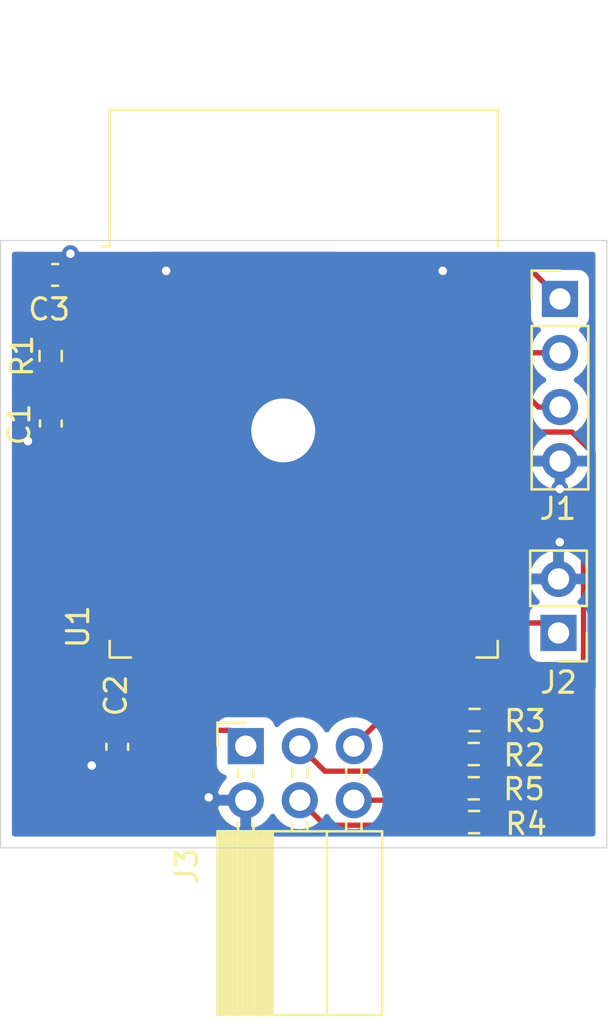
<source format=kicad_pcb>
(kicad_pcb (version 20171130) (host pcbnew 5.1.9+dfsg1-1~bpo10+1)

  (general
    (thickness 1.6)
    (drawings 4)
    (tracks 91)
    (zones 0)
    (modules 12)
    (nets 15)
  )

  (page A4)
  (layers
    (0 F.Cu signal)
    (31 B.Cu signal)
    (32 B.Adhes user)
    (33 F.Adhes user)
    (34 B.Paste user)
    (35 F.Paste user)
    (36 B.SilkS user)
    (37 F.SilkS user)
    (38 B.Mask user)
    (39 F.Mask user)
    (40 Dwgs.User user)
    (41 Cmts.User user)
    (42 Eco1.User user)
    (43 Eco2.User user)
    (44 Edge.Cuts user)
    (45 Margin user)
    (46 B.CrtYd user)
    (47 F.CrtYd user)
    (48 B.Fab user)
    (49 F.Fab user)
  )

  (setup
    (last_trace_width 0.25)
    (trace_clearance 0.2)
    (zone_clearance 0.508)
    (zone_45_only no)
    (trace_min 0.2)
    (via_size 0.8)
    (via_drill 0.4)
    (via_min_size 0.4)
    (via_min_drill 0.3)
    (user_via 2 1)
    (user_via 4 3)
    (uvia_size 0.3)
    (uvia_drill 0.1)
    (uvias_allowed no)
    (uvia_min_size 0.2)
    (uvia_min_drill 0.1)
    (edge_width 0.05)
    (segment_width 0.2)
    (pcb_text_width 0.3)
    (pcb_text_size 1.5 1.5)
    (mod_edge_width 0.12)
    (mod_text_size 1 1)
    (mod_text_width 0.15)
    (pad_size 1.524 1.524)
    (pad_drill 0.762)
    (pad_to_mask_clearance 0)
    (aux_axis_origin 0 0)
    (visible_elements FFFFFF7F)
    (pcbplotparams
      (layerselection 0x010fc_ffffffff)
      (usegerberextensions false)
      (usegerberattributes true)
      (usegerberadvancedattributes true)
      (creategerberjobfile true)
      (excludeedgelayer true)
      (linewidth 0.100000)
      (plotframeref false)
      (viasonmask false)
      (mode 1)
      (useauxorigin false)
      (hpglpennumber 1)
      (hpglpenspeed 20)
      (hpglpendiameter 15.000000)
      (psnegative false)
      (psa4output false)
      (plotreference true)
      (plotvalue true)
      (plotinvisibletext false)
      (padsonsilk false)
      (subtractmaskfromsilk false)
      (outputformat 1)
      (mirror false)
      (drillshape 0)
      (scaleselection 1)
      (outputdirectory "gerbers/"))
  )

  (net 0 "")
  (net 1 "Net-(C1-Pad1)")
  (net 2 GND)
  (net 3 +3V3)
  (net 4 RX)
  (net 5 TX)
  (net 6 BOOT)
  (net 7 "Net-(J3-Pad3)")
  (net 8 "Net-(J3-Pad4)")
  (net 9 "Net-(J3-Pad5)")
  (net 10 "Net-(J3-Pad6)")
  (net 11 TCK)
  (net 12 TDO)
  (net 13 TDI)
  (net 14 TMS)

  (net_class Default "This is the default net class."
    (clearance 0.2)
    (trace_width 0.25)
    (via_dia 0.8)
    (via_drill 0.4)
    (uvia_dia 0.3)
    (uvia_drill 0.1)
    (add_net +3V3)
    (add_net BOOT)
    (add_net GND)
    (add_net "Net-(C1-Pad1)")
    (add_net "Net-(J3-Pad3)")
    (add_net "Net-(J3-Pad4)")
    (add_net "Net-(J3-Pad5)")
    (add_net "Net-(J3-Pad6)")
    (add_net RX)
    (add_net TCK)
    (add_net TDI)
    (add_net TDO)
    (add_net TMS)
    (add_net TX)
  )

  (module Capacitor_SMD:C_0603_1608Metric (layer F.Cu) (tedit 5F68FEEE) (tstamp 60189FCE)
    (at 135.83 54.93 270)
    (descr "Capacitor SMD 0603 (1608 Metric), square (rectangular) end terminal, IPC_7351 nominal, (Body size source: IPC-SM-782 page 76, https://www.pcb-3d.com/wordpress/wp-content/uploads/ipc-sm-782a_amendment_1_and_2.pdf), generated with kicad-footprint-generator")
    (tags capacitor)
    (path /6019154C)
    (attr smd)
    (fp_text reference C1 (at 0.04 1.49 90) (layer F.SilkS)
      (effects (font (size 1 1) (thickness 0.15)))
    )
    (fp_text value C (at 0.06 -0.02 90) (layer F.Fab)
      (effects (font (size 1 1) (thickness 0.15)))
    )
    (fp_line (start 1.48 0.73) (end -1.48 0.73) (layer F.CrtYd) (width 0.05))
    (fp_line (start 1.48 -0.73) (end 1.48 0.73) (layer F.CrtYd) (width 0.05))
    (fp_line (start -1.48 -0.73) (end 1.48 -0.73) (layer F.CrtYd) (width 0.05))
    (fp_line (start -1.48 0.73) (end -1.48 -0.73) (layer F.CrtYd) (width 0.05))
    (fp_line (start -0.14058 0.51) (end 0.14058 0.51) (layer F.SilkS) (width 0.12))
    (fp_line (start -0.14058 -0.51) (end 0.14058 -0.51) (layer F.SilkS) (width 0.12))
    (fp_line (start 0.8 0.4) (end -0.8 0.4) (layer F.Fab) (width 0.1))
    (fp_line (start 0.8 -0.4) (end 0.8 0.4) (layer F.Fab) (width 0.1))
    (fp_line (start -0.8 -0.4) (end 0.8 -0.4) (layer F.Fab) (width 0.1))
    (fp_line (start -0.8 0.4) (end -0.8 -0.4) (layer F.Fab) (width 0.1))
    (fp_text user %R (at 0 0 90) (layer F.Fab)
      (effects (font (size 0.4 0.4) (thickness 0.06)))
    )
    (pad 1 smd roundrect (at -0.775 0 270) (size 0.9 0.95) (layers F.Cu F.Paste F.Mask) (roundrect_rratio 0.25)
      (net 1 "Net-(C1-Pad1)"))
    (pad 2 smd roundrect (at 0.775 0 270) (size 0.9 0.95) (layers F.Cu F.Paste F.Mask) (roundrect_rratio 0.25)
      (net 2 GND))
    (model ${KISYS3DMOD}/Capacitor_SMD.3dshapes/C_0603_1608Metric.wrl
      (at (xyz 0 0 0))
      (scale (xyz 1 1 1))
      (rotate (xyz 0 0 0))
    )
  )

  (module Capacitor_SMD:C_0603_1608Metric (layer F.Cu) (tedit 5F68FEEE) (tstamp 6018BCDA)
    (at 138.95 70.12 270)
    (descr "Capacitor SMD 0603 (1608 Metric), square (rectangular) end terminal, IPC_7351 nominal, (Body size source: IPC-SM-782 page 76, https://www.pcb-3d.com/wordpress/wp-content/uploads/ipc-sm-782a_amendment_1_and_2.pdf), generated with kicad-footprint-generator")
    (tags capacitor)
    (path /60191233)
    (attr smd)
    (fp_text reference C2 (at -2.41 0.07 90) (layer F.SilkS)
      (effects (font (size 1 1) (thickness 0.15)))
    )
    (fp_text value C (at 0.04 -0.02 90) (layer F.Fab)
      (effects (font (size 1 1) (thickness 0.15)))
    )
    (fp_text user %R (at 0 0 90) (layer F.Fab)
      (effects (font (size 0.4 0.4) (thickness 0.06)))
    )
    (fp_line (start -0.8 0.4) (end -0.8 -0.4) (layer F.Fab) (width 0.1))
    (fp_line (start -0.8 -0.4) (end 0.8 -0.4) (layer F.Fab) (width 0.1))
    (fp_line (start 0.8 -0.4) (end 0.8 0.4) (layer F.Fab) (width 0.1))
    (fp_line (start 0.8 0.4) (end -0.8 0.4) (layer F.Fab) (width 0.1))
    (fp_line (start -0.14058 -0.51) (end 0.14058 -0.51) (layer F.SilkS) (width 0.12))
    (fp_line (start -0.14058 0.51) (end 0.14058 0.51) (layer F.SilkS) (width 0.12))
    (fp_line (start -1.48 0.73) (end -1.48 -0.73) (layer F.CrtYd) (width 0.05))
    (fp_line (start -1.48 -0.73) (end 1.48 -0.73) (layer F.CrtYd) (width 0.05))
    (fp_line (start 1.48 -0.73) (end 1.48 0.73) (layer F.CrtYd) (width 0.05))
    (fp_line (start 1.48 0.73) (end -1.48 0.73) (layer F.CrtYd) (width 0.05))
    (pad 2 smd roundrect (at 0.775 0 270) (size 0.9 0.95) (layers F.Cu F.Paste F.Mask) (roundrect_rratio 0.25)
      (net 2 GND))
    (pad 1 smd roundrect (at -0.775 0 270) (size 0.9 0.95) (layers F.Cu F.Paste F.Mask) (roundrect_rratio 0.25)
      (net 3 +3V3))
    (model ${KISYS3DMOD}/Capacitor_SMD.3dshapes/C_0603_1608Metric.wrl
      (at (xyz 0 0 0))
      (scale (xyz 1 1 1))
      (rotate (xyz 0 0 0))
    )
  )

  (module Capacitor_SMD:C_0603_1608Metric (layer F.Cu) (tedit 5F68FEEE) (tstamp 60189FF0)
    (at 136.03 47.94)
    (descr "Capacitor SMD 0603 (1608 Metric), square (rectangular) end terminal, IPC_7351 nominal, (Body size source: IPC-SM-782 page 76, https://www.pcb-3d.com/wordpress/wp-content/uploads/ipc-sm-782a_amendment_1_and_2.pdf), generated with kicad-footprint-generator")
    (tags capacitor)
    (path /60190420)
    (attr smd)
    (fp_text reference C3 (at -0.28 1.62) (layer F.SilkS)
      (effects (font (size 1 1) (thickness 0.15)))
    )
    (fp_text value C (at -0.21 -0.02) (layer F.Fab)
      (effects (font (size 1 1) (thickness 0.15)))
    )
    (fp_line (start 1.48 0.73) (end -1.48 0.73) (layer F.CrtYd) (width 0.05))
    (fp_line (start 1.48 -0.73) (end 1.48 0.73) (layer F.CrtYd) (width 0.05))
    (fp_line (start -1.48 -0.73) (end 1.48 -0.73) (layer F.CrtYd) (width 0.05))
    (fp_line (start -1.48 0.73) (end -1.48 -0.73) (layer F.CrtYd) (width 0.05))
    (fp_line (start -0.14058 0.51) (end 0.14058 0.51) (layer F.SilkS) (width 0.12))
    (fp_line (start -0.14058 -0.51) (end 0.14058 -0.51) (layer F.SilkS) (width 0.12))
    (fp_line (start 0.8 0.4) (end -0.8 0.4) (layer F.Fab) (width 0.1))
    (fp_line (start 0.8 -0.4) (end 0.8 0.4) (layer F.Fab) (width 0.1))
    (fp_line (start -0.8 -0.4) (end 0.8 -0.4) (layer F.Fab) (width 0.1))
    (fp_line (start -0.8 0.4) (end -0.8 -0.4) (layer F.Fab) (width 0.1))
    (fp_text user %R (at 0 0) (layer F.Fab)
      (effects (font (size 0.4 0.4) (thickness 0.06)))
    )
    (pad 1 smd roundrect (at -0.775 0) (size 0.9 0.95) (layers F.Cu F.Paste F.Mask) (roundrect_rratio 0.25)
      (net 3 +3V3))
    (pad 2 smd roundrect (at 0.775 0) (size 0.9 0.95) (layers F.Cu F.Paste F.Mask) (roundrect_rratio 0.25)
      (net 2 GND))
    (model ${KISYS3DMOD}/Capacitor_SMD.3dshapes/C_0603_1608Metric.wrl
      (at (xyz 0 0 0))
      (scale (xyz 1 1 1))
      (rotate (xyz 0 0 0))
    )
  )

  (module Connector_PinHeader_2.54mm:PinHeader_1x02_P2.54mm_Vertical (layer F.Cu) (tedit 59FED5CC) (tstamp 6018A025)
    (at 159.69 64.77 180)
    (descr "Through hole straight pin header, 1x02, 2.54mm pitch, single row")
    (tags "Through hole pin header THT 1x02 2.54mm single row")
    (path /601A8AD3)
    (fp_text reference J2 (at 0 -2.33) (layer F.SilkS)
      (effects (font (size 1 1) (thickness 0.15)))
    )
    (fp_text value BOOT (at 0 4.87) (layer F.Fab)
      (effects (font (size 1 1) (thickness 0.15)))
    )
    (fp_line (start 1.8 -1.8) (end -1.8 -1.8) (layer F.CrtYd) (width 0.05))
    (fp_line (start 1.8 4.35) (end 1.8 -1.8) (layer F.CrtYd) (width 0.05))
    (fp_line (start -1.8 4.35) (end 1.8 4.35) (layer F.CrtYd) (width 0.05))
    (fp_line (start -1.8 -1.8) (end -1.8 4.35) (layer F.CrtYd) (width 0.05))
    (fp_line (start -1.33 -1.33) (end 0 -1.33) (layer F.SilkS) (width 0.12))
    (fp_line (start -1.33 0) (end -1.33 -1.33) (layer F.SilkS) (width 0.12))
    (fp_line (start -1.33 1.27) (end 1.33 1.27) (layer F.SilkS) (width 0.12))
    (fp_line (start 1.33 1.27) (end 1.33 3.87) (layer F.SilkS) (width 0.12))
    (fp_line (start -1.33 1.27) (end -1.33 3.87) (layer F.SilkS) (width 0.12))
    (fp_line (start -1.33 3.87) (end 1.33 3.87) (layer F.SilkS) (width 0.12))
    (fp_line (start -1.27 -0.635) (end -0.635 -1.27) (layer F.Fab) (width 0.1))
    (fp_line (start -1.27 3.81) (end -1.27 -0.635) (layer F.Fab) (width 0.1))
    (fp_line (start 1.27 3.81) (end -1.27 3.81) (layer F.Fab) (width 0.1))
    (fp_line (start 1.27 -1.27) (end 1.27 3.81) (layer F.Fab) (width 0.1))
    (fp_line (start -0.635 -1.27) (end 1.27 -1.27) (layer F.Fab) (width 0.1))
    (fp_text user %R (at 0 1.27 90) (layer F.Fab)
      (effects (font (size 1 1) (thickness 0.15)))
    )
    (pad 1 thru_hole rect (at 0 0 180) (size 1.7 1.7) (drill 1) (layers *.Cu *.Mask)
      (net 6 BOOT))
    (pad 2 thru_hole oval (at 0 2.54 180) (size 1.7 1.7) (drill 1) (layers *.Cu *.Mask)
      (net 2 GND))
    (model ${KISYS3DMOD}/Connector_PinHeader_2.54mm.3dshapes/PinHeader_1x02_P2.54mm_Vertical.wrl
      (at (xyz 0 0 0))
      (scale (xyz 1 1 1))
      (rotate (xyz 0 0 0))
    )
  )

  (module Connector_PinSocket_2.54mm:PinSocket_2x03_P2.54mm_Horizontal (layer F.Cu) (tedit 5A19A431) (tstamp 6018A06B)
    (at 144.99 70.09 90)
    (descr "Through hole angled socket strip, 2x03, 2.54mm pitch, 8.51mm socket length, double cols (from Kicad 4.0.7), script generated")
    (tags "Through hole angled socket strip THT 2x03 2.54mm double row")
    (path /60184B3F)
    (fp_text reference J3 (at -5.65 -2.77 90) (layer F.SilkS)
      (effects (font (size 1 1) (thickness 0.15)))
    )
    (fp_text value JTAG (at -5.65 7.85 90) (layer F.Fab)
      (effects (font (size 1 1) (thickness 0.15)))
    )
    (fp_line (start 1.8 6.85) (end 1.8 -1.8) (layer F.CrtYd) (width 0.05))
    (fp_line (start -13.05 6.85) (end 1.8 6.85) (layer F.CrtYd) (width 0.05))
    (fp_line (start -13.05 -1.8) (end -13.05 6.85) (layer F.CrtYd) (width 0.05))
    (fp_line (start 1.8 -1.8) (end -13.05 -1.8) (layer F.CrtYd) (width 0.05))
    (fp_line (start 0 -1.33) (end 1.11 -1.33) (layer F.SilkS) (width 0.12))
    (fp_line (start 1.11 -1.33) (end 1.11 0) (layer F.SilkS) (width 0.12))
    (fp_line (start -12.63 -1.33) (end -12.63 6.41) (layer F.SilkS) (width 0.12))
    (fp_line (start -12.63 6.41) (end -4 6.41) (layer F.SilkS) (width 0.12))
    (fp_line (start -4 -1.33) (end -4 6.41) (layer F.SilkS) (width 0.12))
    (fp_line (start -12.63 -1.33) (end -4 -1.33) (layer F.SilkS) (width 0.12))
    (fp_line (start -12.63 3.81) (end -4 3.81) (layer F.SilkS) (width 0.12))
    (fp_line (start -12.63 1.27) (end -4 1.27) (layer F.SilkS) (width 0.12))
    (fp_line (start -1.49 5.44) (end -1.05 5.44) (layer F.SilkS) (width 0.12))
    (fp_line (start -4 5.44) (end -3.59 5.44) (layer F.SilkS) (width 0.12))
    (fp_line (start -1.49 4.72) (end -1.05 4.72) (layer F.SilkS) (width 0.12))
    (fp_line (start -4 4.72) (end -3.59 4.72) (layer F.SilkS) (width 0.12))
    (fp_line (start -1.49 2.9) (end -1.05 2.9) (layer F.SilkS) (width 0.12))
    (fp_line (start -4 2.9) (end -3.59 2.9) (layer F.SilkS) (width 0.12))
    (fp_line (start -1.49 2.18) (end -1.05 2.18) (layer F.SilkS) (width 0.12))
    (fp_line (start -4 2.18) (end -3.59 2.18) (layer F.SilkS) (width 0.12))
    (fp_line (start -1.49 0.36) (end -1.11 0.36) (layer F.SilkS) (width 0.12))
    (fp_line (start -4 0.36) (end -3.59 0.36) (layer F.SilkS) (width 0.12))
    (fp_line (start -1.49 -0.36) (end -1.11 -0.36) (layer F.SilkS) (width 0.12))
    (fp_line (start -4 -0.36) (end -3.59 -0.36) (layer F.SilkS) (width 0.12))
    (fp_line (start -12.63 1.1519) (end -4 1.1519) (layer F.SilkS) (width 0.12))
    (fp_line (start -12.63 1.033805) (end -4 1.033805) (layer F.SilkS) (width 0.12))
    (fp_line (start -12.63 0.91571) (end -4 0.91571) (layer F.SilkS) (width 0.12))
    (fp_line (start -12.63 0.797615) (end -4 0.797615) (layer F.SilkS) (width 0.12))
    (fp_line (start -12.63 0.67952) (end -4 0.67952) (layer F.SilkS) (width 0.12))
    (fp_line (start -12.63 0.561425) (end -4 0.561425) (layer F.SilkS) (width 0.12))
    (fp_line (start -12.63 0.44333) (end -4 0.44333) (layer F.SilkS) (width 0.12))
    (fp_line (start -12.63 0.325235) (end -4 0.325235) (layer F.SilkS) (width 0.12))
    (fp_line (start -12.63 0.20714) (end -4 0.20714) (layer F.SilkS) (width 0.12))
    (fp_line (start -12.63 0.089045) (end -4 0.089045) (layer F.SilkS) (width 0.12))
    (fp_line (start -12.63 -0.02905) (end -4 -0.02905) (layer F.SilkS) (width 0.12))
    (fp_line (start -12.63 -0.147145) (end -4 -0.147145) (layer F.SilkS) (width 0.12))
    (fp_line (start -12.63 -0.26524) (end -4 -0.26524) (layer F.SilkS) (width 0.12))
    (fp_line (start -12.63 -0.383335) (end -4 -0.383335) (layer F.SilkS) (width 0.12))
    (fp_line (start -12.63 -0.50143) (end -4 -0.50143) (layer F.SilkS) (width 0.12))
    (fp_line (start -12.63 -0.619525) (end -4 -0.619525) (layer F.SilkS) (width 0.12))
    (fp_line (start -12.63 -0.73762) (end -4 -0.73762) (layer F.SilkS) (width 0.12))
    (fp_line (start -12.63 -0.855715) (end -4 -0.855715) (layer F.SilkS) (width 0.12))
    (fp_line (start -12.63 -0.97381) (end -4 -0.97381) (layer F.SilkS) (width 0.12))
    (fp_line (start -12.63 -1.091905) (end -4 -1.091905) (layer F.SilkS) (width 0.12))
    (fp_line (start -12.63 -1.21) (end -4 -1.21) (layer F.SilkS) (width 0.12))
    (fp_line (start 0 5.38) (end 0 4.78) (layer F.Fab) (width 0.1))
    (fp_line (start -4.06 5.38) (end 0 5.38) (layer F.Fab) (width 0.1))
    (fp_line (start 0 4.78) (end -4.06 4.78) (layer F.Fab) (width 0.1))
    (fp_line (start 0 2.84) (end 0 2.24) (layer F.Fab) (width 0.1))
    (fp_line (start -4.06 2.84) (end 0 2.84) (layer F.Fab) (width 0.1))
    (fp_line (start 0 2.24) (end -4.06 2.24) (layer F.Fab) (width 0.1))
    (fp_line (start 0 0.3) (end 0 -0.3) (layer F.Fab) (width 0.1))
    (fp_line (start -4.06 0.3) (end 0 0.3) (layer F.Fab) (width 0.1))
    (fp_line (start 0 -0.3) (end -4.06 -0.3) (layer F.Fab) (width 0.1))
    (fp_line (start -12.57 6.35) (end -12.57 -1.27) (layer F.Fab) (width 0.1))
    (fp_line (start -4.06 6.35) (end -12.57 6.35) (layer F.Fab) (width 0.1))
    (fp_line (start -4.06 -0.3) (end -4.06 6.35) (layer F.Fab) (width 0.1))
    (fp_line (start -5.03 -1.27) (end -4.06 -0.3) (layer F.Fab) (width 0.1))
    (fp_line (start -12.57 -1.27) (end -5.03 -1.27) (layer F.Fab) (width 0.1))
    (fp_text user %R (at -8.315 2.54 90) (layer F.Fab)
      (effects (font (size 1 1) (thickness 0.15)))
    )
    (pad 1 thru_hole rect (at 0 0 90) (size 1.7 1.7) (drill 1) (layers *.Cu *.Mask)
      (net 3 +3V3))
    (pad 2 thru_hole oval (at -2.54 0 90) (size 1.7 1.7) (drill 1) (layers *.Cu *.Mask)
      (net 2 GND))
    (pad 3 thru_hole oval (at 0 2.54 90) (size 1.7 1.7) (drill 1) (layers *.Cu *.Mask)
      (net 7 "Net-(J3-Pad3)"))
    (pad 4 thru_hole oval (at -2.54 2.54 90) (size 1.7 1.7) (drill 1) (layers *.Cu *.Mask)
      (net 8 "Net-(J3-Pad4)"))
    (pad 5 thru_hole oval (at 0 5.08 90) (size 1.7 1.7) (drill 1) (layers *.Cu *.Mask)
      (net 9 "Net-(J3-Pad5)"))
    (pad 6 thru_hole oval (at -2.54 5.08 90) (size 1.7 1.7) (drill 1) (layers *.Cu *.Mask)
      (net 10 "Net-(J3-Pad6)"))
    (model ${KISYS3DMOD}/Connector_PinSocket_2.54mm.3dshapes/PinSocket_2x03_P2.54mm_Horizontal.wrl
      (at (xyz 0 0 0))
      (scale (xyz 1 1 1))
      (rotate (xyz 0 0 0))
    )
  )

  (module Resistor_SMD:R_0603_1608Metric (layer F.Cu) (tedit 5F68FEEE) (tstamp 6018A07C)
    (at 135.82 51.75 270)
    (descr "Resistor SMD 0603 (1608 Metric), square (rectangular) end terminal, IPC_7351 nominal, (Body size source: IPC-SM-782 page 72, https://www.pcb-3d.com/wordpress/wp-content/uploads/ipc-sm-782a_amendment_1_and_2.pdf), generated with kicad-footprint-generator")
    (tags resistor)
    (path /60190A75)
    (attr smd)
    (fp_text reference R1 (at 0 1.35 90) (layer F.SilkS)
      (effects (font (size 1 1) (thickness 0.15)))
    )
    (fp_text value 4K7 (at 0.02 -0.13 90) (layer F.Fab)
      (effects (font (size 1 1) (thickness 0.15)))
    )
    (fp_line (start 1.48 0.73) (end -1.48 0.73) (layer F.CrtYd) (width 0.05))
    (fp_line (start 1.48 -0.73) (end 1.48 0.73) (layer F.CrtYd) (width 0.05))
    (fp_line (start -1.48 -0.73) (end 1.48 -0.73) (layer F.CrtYd) (width 0.05))
    (fp_line (start -1.48 0.73) (end -1.48 -0.73) (layer F.CrtYd) (width 0.05))
    (fp_line (start -0.237258 0.5225) (end 0.237258 0.5225) (layer F.SilkS) (width 0.12))
    (fp_line (start -0.237258 -0.5225) (end 0.237258 -0.5225) (layer F.SilkS) (width 0.12))
    (fp_line (start 0.8 0.4125) (end -0.8 0.4125) (layer F.Fab) (width 0.1))
    (fp_line (start 0.8 -0.4125) (end 0.8 0.4125) (layer F.Fab) (width 0.1))
    (fp_line (start -0.8 -0.4125) (end 0.8 -0.4125) (layer F.Fab) (width 0.1))
    (fp_line (start -0.8 0.4125) (end -0.8 -0.4125) (layer F.Fab) (width 0.1))
    (fp_text user %R (at 0 0 90) (layer F.Fab)
      (effects (font (size 0.4 0.4) (thickness 0.06)))
    )
    (pad 1 smd roundrect (at -0.825 0 270) (size 0.8 0.95) (layers F.Cu F.Paste F.Mask) (roundrect_rratio 0.25)
      (net 3 +3V3))
    (pad 2 smd roundrect (at 0.825 0 270) (size 0.8 0.95) (layers F.Cu F.Paste F.Mask) (roundrect_rratio 0.25)
      (net 1 "Net-(C1-Pad1)"))
    (model ${KISYS3DMOD}/Resistor_SMD.3dshapes/R_0603_1608Metric.wrl
      (at (xyz 0 0 0))
      (scale (xyz 1 1 1))
      (rotate (xyz 0 0 0))
    )
  )

  (module Resistor_SMD:R_0603_1608Metric (layer F.Cu) (tedit 5F68FEEE) (tstamp 6018BCAA)
    (at 155.71 70.46)
    (descr "Resistor SMD 0603 (1608 Metric), square (rectangular) end terminal, IPC_7351 nominal, (Body size source: IPC-SM-782 page 72, https://www.pcb-3d.com/wordpress/wp-content/uploads/ipc-sm-782a_amendment_1_and_2.pdf), generated with kicad-footprint-generator")
    (tags resistor)
    (path /601B6206)
    (attr smd)
    (fp_text reference R2 (at 2.37 0.06) (layer F.SilkS)
      (effects (font (size 1 1) (thickness 0.15)))
    )
    (fp_text value 200 (at -0.02 0.08) (layer F.Fab)
      (effects (font (size 1 1) (thickness 0.15)))
    )
    (fp_line (start 1.48 0.73) (end -1.48 0.73) (layer F.CrtYd) (width 0.05))
    (fp_line (start 1.48 -0.73) (end 1.48 0.73) (layer F.CrtYd) (width 0.05))
    (fp_line (start -1.48 -0.73) (end 1.48 -0.73) (layer F.CrtYd) (width 0.05))
    (fp_line (start -1.48 0.73) (end -1.48 -0.73) (layer F.CrtYd) (width 0.05))
    (fp_line (start -0.237258 0.5225) (end 0.237258 0.5225) (layer F.SilkS) (width 0.12))
    (fp_line (start -0.237258 -0.5225) (end 0.237258 -0.5225) (layer F.SilkS) (width 0.12))
    (fp_line (start 0.8 0.4125) (end -0.8 0.4125) (layer F.Fab) (width 0.1))
    (fp_line (start 0.8 -0.4125) (end 0.8 0.4125) (layer F.Fab) (width 0.1))
    (fp_line (start -0.8 -0.4125) (end 0.8 -0.4125) (layer F.Fab) (width 0.1))
    (fp_line (start -0.8 0.4125) (end -0.8 -0.4125) (layer F.Fab) (width 0.1))
    (fp_text user %R (at 0 0) (layer F.Fab)
      (effects (font (size 0.4 0.4) (thickness 0.06)))
    )
    (pad 1 smd roundrect (at -0.825 0) (size 0.8 0.95) (layers F.Cu F.Paste F.Mask) (roundrect_rratio 0.25)
      (net 7 "Net-(J3-Pad3)"))
    (pad 2 smd roundrect (at 0.825 0) (size 0.8 0.95) (layers F.Cu F.Paste F.Mask) (roundrect_rratio 0.25)
      (net 11 TCK))
    (model ${KISYS3DMOD}/Resistor_SMD.3dshapes/R_0603_1608Metric.wrl
      (at (xyz 0 0 0))
      (scale (xyz 1 1 1))
      (rotate (xyz 0 0 0))
    )
  )

  (module Resistor_SMD:R_0603_1608Metric (layer F.Cu) (tedit 5F68FEEE) (tstamp 6018A09E)
    (at 155.745 68.86)
    (descr "Resistor SMD 0603 (1608 Metric), square (rectangular) end terminal, IPC_7351 nominal, (Body size source: IPC-SM-782 page 72, https://www.pcb-3d.com/wordpress/wp-content/uploads/ipc-sm-782a_amendment_1_and_2.pdf), generated with kicad-footprint-generator")
    (tags resistor)
    (path /601B3A92)
    (attr smd)
    (fp_text reference R3 (at 2.37 0.05) (layer F.SilkS)
      (effects (font (size 1 1) (thickness 0.15)))
    )
    (fp_text value 200 (at -0.085001 0.044999) (layer F.Fab)
      (effects (font (size 1 1) (thickness 0.15)))
    )
    (fp_text user %R (at 0 0) (layer F.Fab)
      (effects (font (size 0.4 0.4) (thickness 0.06)))
    )
    (fp_line (start -0.8 0.4125) (end -0.8 -0.4125) (layer F.Fab) (width 0.1))
    (fp_line (start -0.8 -0.4125) (end 0.8 -0.4125) (layer F.Fab) (width 0.1))
    (fp_line (start 0.8 -0.4125) (end 0.8 0.4125) (layer F.Fab) (width 0.1))
    (fp_line (start 0.8 0.4125) (end -0.8 0.4125) (layer F.Fab) (width 0.1))
    (fp_line (start -0.237258 -0.5225) (end 0.237258 -0.5225) (layer F.SilkS) (width 0.12))
    (fp_line (start -0.237258 0.5225) (end 0.237258 0.5225) (layer F.SilkS) (width 0.12))
    (fp_line (start -1.48 0.73) (end -1.48 -0.73) (layer F.CrtYd) (width 0.05))
    (fp_line (start -1.48 -0.73) (end 1.48 -0.73) (layer F.CrtYd) (width 0.05))
    (fp_line (start 1.48 -0.73) (end 1.48 0.73) (layer F.CrtYd) (width 0.05))
    (fp_line (start 1.48 0.73) (end -1.48 0.73) (layer F.CrtYd) (width 0.05))
    (pad 2 smd roundrect (at 0.825 0) (size 0.8 0.95) (layers F.Cu F.Paste F.Mask) (roundrect_rratio 0.25)
      (net 12 TDO))
    (pad 1 smd roundrect (at -0.825 0) (size 0.8 0.95) (layers F.Cu F.Paste F.Mask) (roundrect_rratio 0.25)
      (net 9 "Net-(J3-Pad5)"))
    (model ${KISYS3DMOD}/Resistor_SMD.3dshapes/R_0603_1608Metric.wrl
      (at (xyz 0 0 0))
      (scale (xyz 1 1 1))
      (rotate (xyz 0 0 0))
    )
  )

  (module Resistor_SMD:R_0603_1608Metric (layer F.Cu) (tedit 5F68FEEE) (tstamp 6018BD0A)
    (at 155.72 73.66 180)
    (descr "Resistor SMD 0603 (1608 Metric), square (rectangular) end terminal, IPC_7351 nominal, (Body size source: IPC-SM-782 page 72, https://www.pcb-3d.com/wordpress/wp-content/uploads/ipc-sm-782a_amendment_1_and_2.pdf), generated with kicad-footprint-generator")
    (tags resistor)
    (path /601B9032)
    (attr smd)
    (fp_text reference R4 (at -2.45 -0.08) (layer F.SilkS)
      (effects (font (size 1 1) (thickness 0.15)))
    )
    (fp_text value 200 (at -0.05 -0.02) (layer F.Fab)
      (effects (font (size 1 1) (thickness 0.15)))
    )
    (fp_line (start 1.48 0.73) (end -1.48 0.73) (layer F.CrtYd) (width 0.05))
    (fp_line (start 1.48 -0.73) (end 1.48 0.73) (layer F.CrtYd) (width 0.05))
    (fp_line (start -1.48 -0.73) (end 1.48 -0.73) (layer F.CrtYd) (width 0.05))
    (fp_line (start -1.48 0.73) (end -1.48 -0.73) (layer F.CrtYd) (width 0.05))
    (fp_line (start -0.237258 0.5225) (end 0.237258 0.5225) (layer F.SilkS) (width 0.12))
    (fp_line (start -0.237258 -0.5225) (end 0.237258 -0.5225) (layer F.SilkS) (width 0.12))
    (fp_line (start 0.8 0.4125) (end -0.8 0.4125) (layer F.Fab) (width 0.1))
    (fp_line (start 0.8 -0.4125) (end 0.8 0.4125) (layer F.Fab) (width 0.1))
    (fp_line (start -0.8 -0.4125) (end 0.8 -0.4125) (layer F.Fab) (width 0.1))
    (fp_line (start -0.8 0.4125) (end -0.8 -0.4125) (layer F.Fab) (width 0.1))
    (fp_text user %R (at 0 0) (layer F.Fab)
      (effects (font (size 0.4 0.4) (thickness 0.06)))
    )
    (pad 1 smd roundrect (at -0.825 0 180) (size 0.8 0.95) (layers F.Cu F.Paste F.Mask) (roundrect_rratio 0.25)
      (net 13 TDI))
    (pad 2 smd roundrect (at 0.825 0 180) (size 0.8 0.95) (layers F.Cu F.Paste F.Mask) (roundrect_rratio 0.25)
      (net 8 "Net-(J3-Pad4)"))
    (model ${KISYS3DMOD}/Resistor_SMD.3dshapes/R_0603_1608Metric.wrl
      (at (xyz 0 0 0))
      (scale (xyz 1 1 1))
      (rotate (xyz 0 0 0))
    )
  )

  (module Resistor_SMD:R_0603_1608Metric (layer F.Cu) (tedit 5F68FEEE) (tstamp 6018A0C0)
    (at 155.71 72.07 180)
    (descr "Resistor SMD 0603 (1608 Metric), square (rectangular) end terminal, IPC_7351 nominal, (Body size source: IPC-SM-782 page 72, https://www.pcb-3d.com/wordpress/wp-content/uploads/ipc-sm-782a_amendment_1_and_2.pdf), generated with kicad-footprint-generator")
    (tags resistor)
    (path /601B6BC6)
    (attr smd)
    (fp_text reference R5 (at -2.36 -0.04) (layer F.SilkS)
      (effects (font (size 1 1) (thickness 0.15)))
    )
    (fp_text value 200 (at -0.09 0) (layer F.Fab)
      (effects (font (size 1 1) (thickness 0.15)))
    )
    (fp_text user %R (at 0 0) (layer F.Fab)
      (effects (font (size 0.4 0.4) (thickness 0.06)))
    )
    (fp_line (start -0.8 0.4125) (end -0.8 -0.4125) (layer F.Fab) (width 0.1))
    (fp_line (start -0.8 -0.4125) (end 0.8 -0.4125) (layer F.Fab) (width 0.1))
    (fp_line (start 0.8 -0.4125) (end 0.8 0.4125) (layer F.Fab) (width 0.1))
    (fp_line (start 0.8 0.4125) (end -0.8 0.4125) (layer F.Fab) (width 0.1))
    (fp_line (start -0.237258 -0.5225) (end 0.237258 -0.5225) (layer F.SilkS) (width 0.12))
    (fp_line (start -0.237258 0.5225) (end 0.237258 0.5225) (layer F.SilkS) (width 0.12))
    (fp_line (start -1.48 0.73) (end -1.48 -0.73) (layer F.CrtYd) (width 0.05))
    (fp_line (start -1.48 -0.73) (end 1.48 -0.73) (layer F.CrtYd) (width 0.05))
    (fp_line (start 1.48 -0.73) (end 1.48 0.73) (layer F.CrtYd) (width 0.05))
    (fp_line (start 1.48 0.73) (end -1.48 0.73) (layer F.CrtYd) (width 0.05))
    (pad 2 smd roundrect (at 0.825 0 180) (size 0.8 0.95) (layers F.Cu F.Paste F.Mask) (roundrect_rratio 0.25)
      (net 10 "Net-(J3-Pad6)"))
    (pad 1 smd roundrect (at -0.825 0 180) (size 0.8 0.95) (layers F.Cu F.Paste F.Mask) (roundrect_rratio 0.25)
      (net 14 TMS))
    (model ${KISYS3DMOD}/Resistor_SMD.3dshapes/R_0603_1608Metric.wrl
      (at (xyz 0 0 0))
      (scale (xyz 1 1 1))
      (rotate (xyz 0 0 0))
    )
  )

  (module RF_Module:ESP32-WROOM-32 (layer F.Cu) (tedit 5B5B4654) (tstamp 6018A12F)
    (at 147.715001 56.045001)
    (descr "Single 2.4 GHz Wi-Fi and Bluetooth combo chip https://www.espressif.com/sites/default/files/documentation/esp32-wroom-32_datasheet_en.pdf")
    (tags "Single 2.4 GHz Wi-Fi and Bluetooth combo  chip")
    (path /60183447)
    (attr smd)
    (fp_text reference U1 (at -10.61 8.43 90) (layer F.SilkS)
      (effects (font (size 1 1) (thickness 0.15)))
    )
    (fp_text value ESP32-WROOM-32 (at 0 11.5) (layer F.Fab)
      (effects (font (size 1 1) (thickness 0.15)))
    )
    (fp_line (start -9.12 -9.445) (end -9.5 -9.445) (layer F.SilkS) (width 0.12))
    (fp_line (start -9.12 -15.865) (end -9.12 -9.445) (layer F.SilkS) (width 0.12))
    (fp_line (start 9.12 -15.865) (end 9.12 -9.445) (layer F.SilkS) (width 0.12))
    (fp_line (start -9.12 -15.865) (end 9.12 -15.865) (layer F.SilkS) (width 0.12))
    (fp_line (start 9.12 9.88) (end 8.12 9.88) (layer F.SilkS) (width 0.12))
    (fp_line (start 9.12 9.1) (end 9.12 9.88) (layer F.SilkS) (width 0.12))
    (fp_line (start -9.12 9.88) (end -8.12 9.88) (layer F.SilkS) (width 0.12))
    (fp_line (start -9.12 9.1) (end -9.12 9.88) (layer F.SilkS) (width 0.12))
    (fp_line (start 8.4 -20.6) (end 8.2 -20.4) (layer Cmts.User) (width 0.1))
    (fp_line (start 8.4 -16) (end 8.4 -20.6) (layer Cmts.User) (width 0.1))
    (fp_line (start 8.4 -20.6) (end 8.6 -20.4) (layer Cmts.User) (width 0.1))
    (fp_line (start 8.4 -16) (end 8.6 -16.2) (layer Cmts.User) (width 0.1))
    (fp_line (start 8.4 -16) (end 8.2 -16.2) (layer Cmts.User) (width 0.1))
    (fp_line (start -9.2 -13.875) (end -9.4 -14.075) (layer Cmts.User) (width 0.1))
    (fp_line (start -13.8 -13.875) (end -9.2 -13.875) (layer Cmts.User) (width 0.1))
    (fp_line (start -9.2 -13.875) (end -9.4 -13.675) (layer Cmts.User) (width 0.1))
    (fp_line (start -13.8 -13.875) (end -13.6 -13.675) (layer Cmts.User) (width 0.1))
    (fp_line (start -13.8 -13.875) (end -13.6 -14.075) (layer Cmts.User) (width 0.1))
    (fp_line (start 9.2 -13.875) (end 9.4 -13.675) (layer Cmts.User) (width 0.1))
    (fp_line (start 9.2 -13.875) (end 9.4 -14.075) (layer Cmts.User) (width 0.1))
    (fp_line (start 13.8 -13.875) (end 13.6 -13.675) (layer Cmts.User) (width 0.1))
    (fp_line (start 13.8 -13.875) (end 13.6 -14.075) (layer Cmts.User) (width 0.1))
    (fp_line (start 9.2 -13.875) (end 13.8 -13.875) (layer Cmts.User) (width 0.1))
    (fp_line (start 14 -11.585) (end 12 -9.97) (layer Dwgs.User) (width 0.1))
    (fp_line (start 14 -13.2) (end 10 -9.97) (layer Dwgs.User) (width 0.1))
    (fp_line (start 14 -14.815) (end 8 -9.97) (layer Dwgs.User) (width 0.1))
    (fp_line (start 14 -16.43) (end 6 -9.97) (layer Dwgs.User) (width 0.1))
    (fp_line (start 14 -18.045) (end 4 -9.97) (layer Dwgs.User) (width 0.1))
    (fp_line (start 14 -19.66) (end 2 -9.97) (layer Dwgs.User) (width 0.1))
    (fp_line (start 13.475 -20.75) (end 0 -9.97) (layer Dwgs.User) (width 0.1))
    (fp_line (start 11.475 -20.75) (end -2 -9.97) (layer Dwgs.User) (width 0.1))
    (fp_line (start 9.475 -20.75) (end -4 -9.97) (layer Dwgs.User) (width 0.1))
    (fp_line (start 7.475 -20.75) (end -6 -9.97) (layer Dwgs.User) (width 0.1))
    (fp_line (start -8 -9.97) (end 5.475 -20.75) (layer Dwgs.User) (width 0.1))
    (fp_line (start 3.475 -20.75) (end -10 -9.97) (layer Dwgs.User) (width 0.1))
    (fp_line (start 1.475 -20.75) (end -12 -9.97) (layer Dwgs.User) (width 0.1))
    (fp_line (start -0.525 -20.75) (end -14 -9.97) (layer Dwgs.User) (width 0.1))
    (fp_line (start -2.525 -20.75) (end -14 -11.585) (layer Dwgs.User) (width 0.1))
    (fp_line (start -4.525 -20.75) (end -14 -13.2) (layer Dwgs.User) (width 0.1))
    (fp_line (start -6.525 -20.75) (end -14 -14.815) (layer Dwgs.User) (width 0.1))
    (fp_line (start -8.525 -20.75) (end -14 -16.43) (layer Dwgs.User) (width 0.1))
    (fp_line (start -10.525 -20.75) (end -14 -18.045) (layer Dwgs.User) (width 0.1))
    (fp_line (start -12.525 -20.75) (end -14 -19.66) (layer Dwgs.User) (width 0.1))
    (fp_line (start 9.75 -9.72) (end 14.25 -9.72) (layer F.CrtYd) (width 0.05))
    (fp_line (start -14.25 -9.72) (end -9.75 -9.72) (layer F.CrtYd) (width 0.05))
    (fp_line (start 14.25 -21) (end 14.25 -9.72) (layer F.CrtYd) (width 0.05))
    (fp_line (start -14.25 -21) (end -14.25 -9.72) (layer F.CrtYd) (width 0.05))
    (fp_line (start 14 -20.75) (end -14 -20.75) (layer Dwgs.User) (width 0.1))
    (fp_line (start 14 -9.97) (end 14 -20.75) (layer Dwgs.User) (width 0.1))
    (fp_line (start 14 -9.97) (end -14 -9.97) (layer Dwgs.User) (width 0.1))
    (fp_line (start -9 -9.02) (end -8.5 -9.52) (layer F.Fab) (width 0.1))
    (fp_line (start -8.5 -9.52) (end -9 -10.02) (layer F.Fab) (width 0.1))
    (fp_line (start -9 -9.02) (end -9 9.76) (layer F.Fab) (width 0.1))
    (fp_line (start -14.25 -21) (end 14.25 -21) (layer F.CrtYd) (width 0.05))
    (fp_line (start 9.75 -9.72) (end 9.75 10.5) (layer F.CrtYd) (width 0.05))
    (fp_line (start -9.75 10.5) (end 9.75 10.5) (layer F.CrtYd) (width 0.05))
    (fp_line (start -9.75 10.5) (end -9.75 -9.72) (layer F.CrtYd) (width 0.05))
    (fp_line (start -9 -15.745) (end 9 -15.745) (layer F.Fab) (width 0.1))
    (fp_line (start -9 -15.745) (end -9 -10.02) (layer F.Fab) (width 0.1))
    (fp_line (start -9 9.76) (end 9 9.76) (layer F.Fab) (width 0.1))
    (fp_line (start 9 9.76) (end 9 -15.745) (layer F.Fab) (width 0.1))
    (fp_line (start -14 -9.97) (end -14 -20.75) (layer Dwgs.User) (width 0.1))
    (fp_text user %R (at 0 0) (layer F.Fab)
      (effects (font (size 1 1) (thickness 0.15)))
    )
    (fp_text user "KEEP-OUT ZONE" (at 0 -19) (layer Cmts.User)
      (effects (font (size 1 1) (thickness 0.15)))
    )
    (fp_text user Antenna (at 0 -13) (layer Cmts.User)
      (effects (font (size 1 1) (thickness 0.15)))
    )
    (fp_text user "5 mm" (at 11.8 -14.375) (layer Cmts.User)
      (effects (font (size 0.5 0.5) (thickness 0.1)))
    )
    (fp_text user "5 mm" (at -11.2 -14.375) (layer Cmts.User)
      (effects (font (size 0.5 0.5) (thickness 0.1)))
    )
    (fp_text user "5 mm" (at 7.8 -19.075 90) (layer Cmts.User)
      (effects (font (size 0.5 0.5) (thickness 0.1)))
    )
    (pad 39 smd rect (at -1 -0.755) (size 5 5) (layers F.Cu F.Paste F.Mask)
      (net 2 GND))
    (pad 1 smd rect (at -8.5 -8.255) (size 2 0.9) (layers F.Cu F.Paste F.Mask)
      (net 2 GND))
    (pad 2 smd rect (at -8.5 -6.985) (size 2 0.9) (layers F.Cu F.Paste F.Mask)
      (net 3 +3V3))
    (pad 3 smd rect (at -8.5 -5.715) (size 2 0.9) (layers F.Cu F.Paste F.Mask)
      (net 1 "Net-(C1-Pad1)"))
    (pad 4 smd rect (at -8.5 -4.445) (size 2 0.9) (layers F.Cu F.Paste F.Mask))
    (pad 5 smd rect (at -8.5 -3.175) (size 2 0.9) (layers F.Cu F.Paste F.Mask))
    (pad 6 smd rect (at -8.5 -1.905) (size 2 0.9) (layers F.Cu F.Paste F.Mask))
    (pad 7 smd rect (at -8.5 -0.635) (size 2 0.9) (layers F.Cu F.Paste F.Mask))
    (pad 8 smd rect (at -8.5 0.635) (size 2 0.9) (layers F.Cu F.Paste F.Mask))
    (pad 9 smd rect (at -8.5 1.905) (size 2 0.9) (layers F.Cu F.Paste F.Mask))
    (pad 10 smd rect (at -8.5 3.175) (size 2 0.9) (layers F.Cu F.Paste F.Mask))
    (pad 11 smd rect (at -8.5 4.445) (size 2 0.9) (layers F.Cu F.Paste F.Mask))
    (pad 12 smd rect (at -8.5 5.715) (size 2 0.9) (layers F.Cu F.Paste F.Mask))
    (pad 13 smd rect (at -8.5 6.985) (size 2 0.9) (layers F.Cu F.Paste F.Mask))
    (pad 14 smd rect (at -8.5 8.255) (size 2 0.9) (layers F.Cu F.Paste F.Mask))
    (pad 15 smd rect (at -5.715 9.255 90) (size 2 0.9) (layers F.Cu F.Paste F.Mask)
      (net 2 GND))
    (pad 16 smd rect (at -4.445 9.255 90) (size 2 0.9) (layers F.Cu F.Paste F.Mask))
    (pad 17 smd rect (at -3.175 9.255 90) (size 2 0.9) (layers F.Cu F.Paste F.Mask))
    (pad 18 smd rect (at -1.905 9.255 90) (size 2 0.9) (layers F.Cu F.Paste F.Mask))
    (pad 19 smd rect (at -0.635 9.255 90) (size 2 0.9) (layers F.Cu F.Paste F.Mask))
    (pad 20 smd rect (at 0.635 9.255 90) (size 2 0.9) (layers F.Cu F.Paste F.Mask))
    (pad 21 smd rect (at 1.905 9.255 90) (size 2 0.9) (layers F.Cu F.Paste F.Mask))
    (pad 22 smd rect (at 3.175 9.255 90) (size 2 0.9) (layers F.Cu F.Paste F.Mask))
    (pad 23 smd rect (at 4.445 9.255 90) (size 2 0.9) (layers F.Cu F.Paste F.Mask))
    (pad 24 smd rect (at 5.715 9.255 90) (size 2 0.9) (layers F.Cu F.Paste F.Mask))
    (pad 25 smd rect (at 8.5 8.255) (size 2 0.9) (layers F.Cu F.Paste F.Mask)
      (net 6 BOOT))
    (pad 26 smd rect (at 8.5 6.985) (size 2 0.9) (layers F.Cu F.Paste F.Mask))
    (pad 27 smd rect (at 8.5 5.715) (size 2 0.9) (layers F.Cu F.Paste F.Mask))
    (pad 28 smd rect (at 8.5 4.445) (size 2 0.9) (layers F.Cu F.Paste F.Mask))
    (pad 29 smd rect (at 8.5 3.175) (size 2 0.9) (layers F.Cu F.Paste F.Mask))
    (pad 30 smd rect (at 8.5 1.905) (size 2 0.9) (layers F.Cu F.Paste F.Mask)
      (net 11 TCK))
    (pad 31 smd rect (at 8.5 0.635) (size 2 0.9) (layers F.Cu F.Paste F.Mask)
      (net 12 TDO))
    (pad 32 smd rect (at 8.5 -0.635) (size 2 0.9) (layers F.Cu F.Paste F.Mask))
    (pad 33 smd rect (at 8.5 -1.905) (size 2 0.9) (layers F.Cu F.Paste F.Mask)
      (net 14 TMS))
    (pad 34 smd rect (at 8.5 -3.175) (size 2 0.9) (layers F.Cu F.Paste F.Mask)
      (net 5 TX))
    (pad 35 smd rect (at 8.5 -4.445) (size 2 0.9) (layers F.Cu F.Paste F.Mask)
      (net 4 RX))
    (pad 36 smd rect (at 8.5 -5.715) (size 2 0.9) (layers F.Cu F.Paste F.Mask))
    (pad 37 smd rect (at 8.5 -6.985) (size 2 0.9) (layers F.Cu F.Paste F.Mask)
      (net 13 TDI))
    (pad 38 smd rect (at 8.5 -8.255) (size 2 0.9) (layers F.Cu F.Paste F.Mask)
      (net 2 GND))
    (model ${KISYS3DMOD}/RF_Module.3dshapes/ESP32-WROOM-32.wrl
      (at (xyz 0 0 0))
      (scale (xyz 1 1 1))
      (rotate (xyz 0 0 0))
    )
  )

  (module Connector_PinHeader_2.54mm:PinHeader_1x04_P2.54mm_Vertical (layer F.Cu) (tedit 59FED5CC) (tstamp 6018B9C9)
    (at 159.76 49.07)
    (descr "Through hole straight pin header, 1x04, 2.54mm pitch, single row")
    (tags "Through hole pin header THT 1x04 2.54mm single row")
    (path /6019D4B0)
    (fp_text reference J1 (at -0.1 9.86) (layer F.SilkS)
      (effects (font (size 1 1) (thickness 0.15)))
    )
    (fp_text value FLASH (at 0.2 -2.1) (layer F.Fab)
      (effects (font (size 1 1) (thickness 0.15)))
    )
    (fp_line (start 1.8 -1.8) (end -1.8 -1.8) (layer F.CrtYd) (width 0.05))
    (fp_line (start 1.8 9.4) (end 1.8 -1.8) (layer F.CrtYd) (width 0.05))
    (fp_line (start -1.8 9.4) (end 1.8 9.4) (layer F.CrtYd) (width 0.05))
    (fp_line (start -1.8 -1.8) (end -1.8 9.4) (layer F.CrtYd) (width 0.05))
    (fp_line (start -1.33 -1.33) (end 0 -1.33) (layer F.SilkS) (width 0.12))
    (fp_line (start -1.33 0) (end -1.33 -1.33) (layer F.SilkS) (width 0.12))
    (fp_line (start -1.33 1.27) (end 1.33 1.27) (layer F.SilkS) (width 0.12))
    (fp_line (start 1.33 1.27) (end 1.33 8.95) (layer F.SilkS) (width 0.12))
    (fp_line (start -1.33 1.27) (end -1.33 8.95) (layer F.SilkS) (width 0.12))
    (fp_line (start -1.33 8.95) (end 1.33 8.95) (layer F.SilkS) (width 0.12))
    (fp_line (start -1.27 -0.635) (end -0.635 -1.27) (layer F.Fab) (width 0.1))
    (fp_line (start -1.27 8.89) (end -1.27 -0.635) (layer F.Fab) (width 0.1))
    (fp_line (start 1.27 8.89) (end -1.27 8.89) (layer F.Fab) (width 0.1))
    (fp_line (start 1.27 -1.27) (end 1.27 8.89) (layer F.Fab) (width 0.1))
    (fp_line (start -0.635 -1.27) (end 1.27 -1.27) (layer F.Fab) (width 0.1))
    (fp_text user %R (at 0 3.81 90) (layer F.Fab)
      (effects (font (size 1 1) (thickness 0.15)))
    )
    (pad 1 thru_hole rect (at 0 0) (size 1.7 1.7) (drill 1) (layers *.Cu *.Mask)
      (net 3 +3V3))
    (pad 2 thru_hole oval (at 0 2.54) (size 1.7 1.7) (drill 1) (layers *.Cu *.Mask)
      (net 4 RX))
    (pad 3 thru_hole oval (at 0 5.08) (size 1.7 1.7) (drill 1) (layers *.Cu *.Mask)
      (net 5 TX))
    (pad 4 thru_hole oval (at 0 7.62) (size 1.7 1.7) (drill 1) (layers *.Cu *.Mask)
      (net 2 GND))
    (model ${KISYS3DMOD}/Connector_PinHeader_2.54mm.3dshapes/PinHeader_1x04_P2.54mm_Vertical.wrl
      (at (xyz 0 0 0))
      (scale (xyz 1 1 1))
      (rotate (xyz 0 0 0))
    )
  )

  (gr_line (start 133.47 74.87) (end 133.47 46.32) (layer Edge.Cuts) (width 0.05) (tstamp 6018C518))
  (gr_line (start 161.96 74.87) (end 133.47 74.87) (layer Edge.Cuts) (width 0.05))
  (gr_line (start 161.96 46.32) (end 161.96 74.87) (layer Edge.Cuts) (width 0.05))
  (gr_line (start 133.47 46.32) (end 161.96 46.32) (layer Edge.Cuts) (width 0.05))

  (via (at 146.75 55.25) (size 4) (drill 3) (layers F.Cu B.Cu) (net 2))
  (segment (start 138.419999 50.330001) (end 139.215001 50.330001) (width 0.25) (layer F.Cu) (net 1))
  (segment (start 135.82 52.575) (end 136.175 52.575) (width 0.25) (layer F.Cu) (net 1))
  (segment (start 136.175 52.575) (end 138.419999 50.330001) (width 0.25) (layer F.Cu) (net 1))
  (segment (start 135.83 52.585) (end 135.82 52.575) (width 0.25) (layer F.Cu) (net 1))
  (segment (start 135.83 54.155) (end 135.83 52.585) (width 0.25) (layer F.Cu) (net 1))
  (via (at 154.25 47.75) (size 0.8) (drill 0.4) (layers F.Cu B.Cu) (net 2))
  (segment (start 156.215001 47.790001) (end 154.290001 47.790001) (width 0.25) (layer F.Cu) (net 2))
  (segment (start 154.290001 47.790001) (end 154.25 47.75) (width 0.25) (layer F.Cu) (net 2))
  (via (at 141.25 47.75) (size 0.8) (drill 0.4) (layers F.Cu B.Cu) (net 2))
  (segment (start 139.215001 47.790001) (end 141.209999 47.790001) (width 0.25) (layer F.Cu) (net 2))
  (segment (start 141.209999 47.790001) (end 141.25 47.75) (width 0.25) (layer F.Cu) (net 2))
  (segment (start 139.065002 47.94) (end 139.215001 47.790001) (width 0.25) (layer F.Cu) (net 2))
  (segment (start 136.805 47.94) (end 139.065002 47.94) (width 0.25) (layer F.Cu) (net 2))
  (via (at 137.75 71) (size 0.8) (drill 0.4) (layers F.Cu B.Cu) (net 2))
  (segment (start 138.95 70.895) (end 137.855 70.895) (width 0.25) (layer F.Cu) (net 2))
  (segment (start 137.855 70.895) (end 137.75 71) (width 0.25) (layer F.Cu) (net 2))
  (via (at 143.25 72.5) (size 0.8) (drill 0.4) (layers F.Cu B.Cu) (net 2))
  (segment (start 144.99 72.63) (end 143.38 72.63) (width 0.25) (layer F.Cu) (net 2))
  (segment (start 143.38 72.63) (end 143.25 72.5) (width 0.25) (layer F.Cu) (net 2))
  (via (at 134.75 55.75) (size 0.8) (drill 0.4) (layers F.Cu B.Cu) (net 2))
  (segment (start 135.83 55.705) (end 134.795 55.705) (width 0.25) (layer F.Cu) (net 2))
  (segment (start 134.795 55.705) (end 134.75 55.75) (width 0.25) (layer F.Cu) (net 2))
  (via (at 136.75 46.945) (size 0.8) (drill 0.4) (layers F.Cu B.Cu) (net 2))
  (segment (start 136.805 47.94) (end 136.805 47) (width 0.25) (layer F.Cu) (net 2))
  (segment (start 136.805 47) (end 136.75 46.945) (width 0.25) (layer F.Cu) (net 2))
  (via (at 159.75 60.5) (size 0.8) (drill 0.4) (layers F.Cu B.Cu) (net 2))
  (segment (start 159.69 62.23) (end 159.69 60.56) (width 0.25) (layer F.Cu) (net 2))
  (segment (start 159.69 60.56) (end 159.75 60.5) (width 0.25) (layer F.Cu) (net 2))
  (via (at 159.75 58) (size 0.8) (drill 0.4) (layers F.Cu B.Cu) (net 2))
  (segment (start 159.76 56.69) (end 159.76 57.99) (width 0.25) (layer B.Cu) (net 2))
  (segment (start 159.76 57.99) (end 159.75 58) (width 0.25) (layer B.Cu) (net 2))
  (segment (start 135.82 48.505) (end 135.255 47.94) (width 0.25) (layer F.Cu) (net 3))
  (segment (start 135.829999 49.060001) (end 135.82 49.07) (width 0.25) (layer F.Cu) (net 3))
  (segment (start 139.215001 49.060001) (end 135.829999 49.060001) (width 0.25) (layer F.Cu) (net 3))
  (segment (start 135.82 50.925) (end 135.82 49.07) (width 0.25) (layer F.Cu) (net 3))
  (segment (start 135.82 49.07) (end 135.82 48.505) (width 0.25) (layer F.Cu) (net 3))
  (segment (start 141.225 50.87) (end 141.225 67.07) (width 0.25) (layer F.Cu) (net 3))
  (segment (start 141.225 67.07) (end 138.95 69.345) (width 0.25) (layer F.Cu) (net 3))
  (segment (start 141.75 50.345) (end 141.225 50.87) (width 0.25) (layer F.Cu) (net 3))
  (segment (start 139.215001 49.060001) (end 140.465001 49.060001) (width 0.25) (layer F.Cu) (net 3))
  (segment (start 140.465001 49.060001) (end 141.75 50.345) (width 0.25) (layer F.Cu) (net 3))
  (segment (start 144.245 69.345) (end 144.99 70.09) (width 0.25) (layer F.Cu) (net 3))
  (segment (start 138.95 69.345) (end 144.245 69.345) (width 0.25) (layer F.Cu) (net 3))
  (segment (start 157.705 47.015) (end 150.235 47.015) (width 0.25) (layer F.Cu) (net 3))
  (segment (start 159.76 49.07) (end 157.705 47.015) (width 0.25) (layer F.Cu) (net 3))
  (segment (start 148.189999 49.060001) (end 139.215001 49.060001) (width 0.25) (layer F.Cu) (net 3))
  (segment (start 150.235 47.015) (end 148.189999 49.060001) (width 0.25) (layer F.Cu) (net 3))
  (segment (start 159.750001 51.600001) (end 159.76 51.61) (width 0.25) (layer F.Cu) (net 4))
  (segment (start 156.215001 51.600001) (end 159.750001 51.600001) (width 0.25) (layer F.Cu) (net 4))
  (segment (start 158.745 54.15) (end 159.76 54.15) (width 0.25) (layer F.Cu) (net 5))
  (segment (start 157.465001 52.870001) (end 158.745 54.15) (width 0.25) (layer F.Cu) (net 5))
  (segment (start 156.215001 52.870001) (end 157.465001 52.870001) (width 0.25) (layer F.Cu) (net 5))
  (segment (start 159.220001 64.300001) (end 159.69 64.77) (width 0.25) (layer F.Cu) (net 6))
  (segment (start 156.215001 64.300001) (end 159.220001 64.300001) (width 0.25) (layer F.Cu) (net 6))
  (segment (start 148.705001 71.265001) (end 151.984999 71.265001) (width 0.25) (layer F.Cu) (net 7))
  (segment (start 147.53 70.09) (end 148.705001 71.265001) (width 0.25) (layer F.Cu) (net 7))
  (segment (start 152.79 70.46) (end 154.885 70.46) (width 0.25) (layer F.Cu) (net 7))
  (segment (start 151.984999 71.265001) (end 152.79 70.46) (width 0.25) (layer F.Cu) (net 7))
  (segment (start 154.749999 73.805001) (end 154.895 73.66) (width 0.25) (layer F.Cu) (net 8))
  (segment (start 148.705001 73.805001) (end 154.749999 73.805001) (width 0.25) (layer F.Cu) (net 8))
  (segment (start 147.53 72.63) (end 148.705001 73.805001) (width 0.25) (layer F.Cu) (net 8))
  (segment (start 151.3 68.86) (end 150.07 70.09) (width 0.25) (layer F.Cu) (net 9))
  (segment (start 154.92 68.86) (end 151.3 68.86) (width 0.25) (layer F.Cu) (net 9))
  (segment (start 150.07 72.63) (end 152.37 72.63) (width 0.25) (layer F.Cu) (net 10))
  (segment (start 152.93 72.07) (end 154.885 72.07) (width 0.25) (layer F.Cu) (net 10))
  (segment (start 152.37 72.63) (end 152.93 72.07) (width 0.25) (layer F.Cu) (net 10))
  (segment (start 160 59) (end 158.515 59) (width 0.25) (layer F.Cu) (net 11))
  (segment (start 160.865001 59.865001) (end 160 59) (width 0.25) (layer F.Cu) (net 11))
  (segment (start 158.515 59) (end 157.465001 57.950001) (width 0.25) (layer F.Cu) (net 11))
  (segment (start 156.535 70.46) (end 160.865001 66.129999) (width 0.25) (layer F.Cu) (net 11))
  (segment (start 157.465001 57.950001) (end 156.215001 57.950001) (width 0.25) (layer F.Cu) (net 11))
  (segment (start 160.865001 66.129999) (end 160.865001 59.865001) (width 0.25) (layer F.Cu) (net 11))
  (segment (start 154.655013 66.018603) (end 154.655013 56.989989) (width 0.25) (layer F.Cu) (net 12))
  (segment (start 156.57 67.93359) (end 154.655013 66.018603) (width 0.25) (layer F.Cu) (net 12))
  (segment (start 154.655013 56.989989) (end 154.965001 56.680001) (width 0.25) (layer F.Cu) (net 12))
  (segment (start 154.965001 56.680001) (end 156.215001 56.680001) (width 0.25) (layer F.Cu) (net 12))
  (segment (start 156.57 68.86) (end 156.57 67.93359) (width 0.25) (layer F.Cu) (net 12))
  (segment (start 154.965001 49.060001) (end 156.215001 49.060001) (width 0.25) (layer F.Cu) (net 13))
  (segment (start 156.145 73.66) (end 155.64501 73.16001) (width 0.25) (layer F.Cu) (net 13))
  (segment (start 156.545 73.66) (end 156.145 73.66) (width 0.25) (layer F.Cu) (net 13))
  (segment (start 155.64501 73.16001) (end 155.64501 67.64501) (width 0.25) (layer F.Cu) (net 13))
  (segment (start 155.64501 67.64501) (end 154.205002 66.205003) (width 0.25) (layer F.Cu) (net 13))
  (segment (start 154.205002 49.82) (end 154.965001 49.060001) (width 0.25) (layer F.Cu) (net 13))
  (segment (start 154.205002 66.205003) (end 154.205002 49.82) (width 0.25) (layer F.Cu) (net 13))
  (segment (start 161.315012 67.289988) (end 161.315012 56.315012) (width 0.25) (layer F.Cu) (net 14))
  (segment (start 156.535 72.07) (end 161.315012 67.289988) (width 0.25) (layer F.Cu) (net 14))
  (segment (start 157.465001 54.140001) (end 156.215001 54.140001) (width 0.25) (layer F.Cu) (net 14))
  (segment (start 158.650001 55.325001) (end 157.465001 54.140001) (width 0.25) (layer F.Cu) (net 14))
  (segment (start 160.325001 55.325001) (end 158.650001 55.325001) (width 0.25) (layer F.Cu) (net 14))
  (segment (start 161.315012 56.315012) (end 160.325001 55.325001) (width 0.25) (layer F.Cu) (net 14))

  (zone (net 2) (net_name GND) (layer F.Cu) (tstamp 6018C793) (hatch edge 0.508)
    (connect_pads (clearance 0.508))
    (min_thickness 0.254)
    (fill yes (arc_segments 32) (thermal_gap 0.508) (thermal_bridge_width 0.508))
    (polygon
      (pts
        (xy 162 75) (xy 133.5 75) (xy 133.5 46.25) (xy 162 46.25)
      )
    )
    (filled_polygon
      (pts
        (xy 134.419716 47.079716) (xy 134.312382 47.210503) (xy 134.232625 47.359717) (xy 134.183512 47.521623) (xy 134.166928 47.69)
        (xy 134.166928 48.19) (xy 134.183512 48.358377) (xy 134.232625 48.520283) (xy 134.312382 48.669497) (xy 134.419716 48.800284)
        (xy 134.550503 48.907618) (xy 134.699717 48.987375) (xy 134.861623 49.036488) (xy 135.03 49.053072) (xy 135.057991 49.053072)
        (xy 135.056324 49.07) (xy 135.06 49.107322) (xy 135.06 49.107332) (xy 135.060001 49.107342) (xy 135.06 50.044083)
        (xy 134.952394 50.132394) (xy 134.848169 50.259392) (xy 134.770722 50.404284) (xy 134.723031 50.5615) (xy 134.706928 50.725)
        (xy 134.706928 51.125) (xy 134.723031 51.2885) (xy 134.770722 51.445716) (xy 134.848169 51.590608) (xy 134.952394 51.717606)
        (xy 134.991866 51.75) (xy 134.952394 51.782394) (xy 134.848169 51.909392) (xy 134.770722 52.054284) (xy 134.723031 52.2115)
        (xy 134.706928 52.375) (xy 134.706928 52.775) (xy 134.723031 52.9385) (xy 134.770722 53.095716) (xy 134.848169 53.240608)
        (xy 134.941404 53.354215) (xy 134.862382 53.450503) (xy 134.782625 53.599717) (xy 134.733512 53.761623) (xy 134.716928 53.93)
        (xy 134.716928 54.38) (xy 134.733512 54.548377) (xy 134.782625 54.710283) (xy 134.8607 54.856351) (xy 134.824463 54.900506)
        (xy 134.765498 55.01082) (xy 134.729188 55.130518) (xy 134.716928 55.255) (xy 134.72 55.41925) (xy 134.87875 55.578)
        (xy 135.703 55.578) (xy 135.703 55.558) (xy 135.957 55.558) (xy 135.957 55.578) (xy 136.78125 55.578)
        (xy 136.94 55.41925) (xy 136.943072 55.255) (xy 136.930812 55.130518) (xy 136.894502 55.01082) (xy 136.835537 54.900506)
        (xy 136.7993 54.856351) (xy 136.877375 54.710283) (xy 136.926488 54.548377) (xy 136.943072 54.38) (xy 136.943072 53.93)
        (xy 136.926488 53.761623) (xy 136.877375 53.599717) (xy 136.797618 53.450503) (xy 136.708596 53.342029) (xy 136.791831 53.240608)
        (xy 136.869278 53.095716) (xy 136.916969 52.9385) (xy 136.920319 52.904482) (xy 137.603417 52.221385) (xy 137.607547 52.235001)
        (xy 137.589189 52.295519) (xy 137.576929 52.420001) (xy 137.576929 53.320001) (xy 137.589189 53.444483) (xy 137.607547 53.505001)
        (xy 137.589189 53.565519) (xy 137.576929 53.690001) (xy 137.576929 54.590001) (xy 137.589189 54.714483) (xy 137.607547 54.775001)
        (xy 137.589189 54.835519) (xy 137.576929 54.960001) (xy 137.576929 55.860001) (xy 137.589189 55.984483) (xy 137.607547 56.045001)
        (xy 137.589189 56.105519) (xy 137.576929 56.230001) (xy 137.576929 57.130001) (xy 137.589189 57.254483) (xy 137.607547 57.315001)
        (xy 137.589189 57.375519) (xy 137.576929 57.500001) (xy 137.576929 58.400001) (xy 137.589189 58.524483) (xy 137.607547 58.585001)
        (xy 137.589189 58.645519) (xy 137.576929 58.770001) (xy 137.576929 59.670001) (xy 137.589189 59.794483) (xy 137.607547 59.855001)
        (xy 137.589189 59.915519) (xy 137.576929 60.040001) (xy 137.576929 60.940001) (xy 137.589189 61.064483) (xy 137.607547 61.125001)
        (xy 137.589189 61.185519) (xy 137.576929 61.310001) (xy 137.576929 62.210001) (xy 137.589189 62.334483) (xy 137.607547 62.395001)
        (xy 137.589189 62.455519) (xy 137.576929 62.580001) (xy 137.576929 63.480001) (xy 137.589189 63.604483) (xy 137.607547 63.665001)
        (xy 137.589189 63.725519) (xy 137.576929 63.850001) (xy 137.576929 64.750001) (xy 137.589189 64.874483) (xy 137.625499 64.994181)
        (xy 137.684464 65.104495) (xy 137.763816 65.201186) (xy 137.860507 65.280538) (xy 137.970821 65.339503) (xy 138.090519 65.375813)
        (xy 138.215001 65.388073) (xy 140.215001 65.388073) (xy 140.339483 65.375813) (xy 140.459181 65.339503) (xy 140.465001 65.336392)
        (xy 140.465001 66.755197) (xy 138.963271 68.256928) (xy 138.7 68.256928) (xy 138.531623 68.273512) (xy 138.369717 68.322625)
        (xy 138.220503 68.402382) (xy 138.089716 68.509716) (xy 137.982382 68.640503) (xy 137.902625 68.789717) (xy 137.853512 68.951623)
        (xy 137.836928 69.12) (xy 137.836928 69.57) (xy 137.853512 69.738377) (xy 137.902625 69.900283) (xy 137.9807 70.046351)
        (xy 137.944463 70.090506) (xy 137.885498 70.20082) (xy 137.849188 70.320518) (xy 137.836928 70.445) (xy 137.84 70.60925)
        (xy 137.99875 70.768) (xy 138.823 70.768) (xy 138.823 70.748) (xy 139.077 70.748) (xy 139.077 70.768)
        (xy 139.90125 70.768) (xy 140.06 70.60925) (xy 140.063072 70.445) (xy 140.050812 70.320518) (xy 140.014502 70.20082)
        (xy 139.963284 70.105) (xy 143.501928 70.105) (xy 143.501928 70.94) (xy 143.514188 71.064482) (xy 143.550498 71.18418)
        (xy 143.609463 71.294494) (xy 143.688815 71.391185) (xy 143.785506 71.470537) (xy 143.89582 71.529502) (xy 143.971626 71.552498)
        (xy 143.794822 71.748645) (xy 143.645843 71.998748) (xy 143.548519 72.273109) (xy 143.669186 72.503) (xy 144.863 72.503)
        (xy 144.863 72.483) (xy 145.117 72.483) (xy 145.117 72.503) (xy 145.137 72.503) (xy 145.137 72.757)
        (xy 145.117 72.757) (xy 145.117 73.950155) (xy 145.34689 74.071476) (xy 145.494099 74.026825) (xy 145.75692 73.901641)
        (xy 145.990269 73.727588) (xy 146.185178 73.511355) (xy 146.254805 73.394466) (xy 146.376525 73.576632) (xy 146.583368 73.783475)
        (xy 146.826589 73.94599) (xy 147.096842 74.057932) (xy 147.38374 74.115) (xy 147.67626 74.115) (xy 147.896408 74.07121)
        (xy 148.035198 74.21) (xy 134.13 74.21) (xy 134.13 72.986891) (xy 143.548519 72.986891) (xy 143.645843 73.261252)
        (xy 143.794822 73.511355) (xy 143.989731 73.727588) (xy 144.22308 73.901641) (xy 144.485901 74.026825) (xy 144.63311 74.071476)
        (xy 144.863 73.950155) (xy 144.863 72.757) (xy 143.669186 72.757) (xy 143.548519 72.986891) (xy 134.13 72.986891)
        (xy 134.13 71.345) (xy 137.836928 71.345) (xy 137.849188 71.469482) (xy 137.885498 71.58918) (xy 137.944463 71.699494)
        (xy 138.023815 71.796185) (xy 138.120506 71.875537) (xy 138.23082 71.934502) (xy 138.350518 71.970812) (xy 138.475 71.983072)
        (xy 138.66425 71.98) (xy 138.823 71.82125) (xy 138.823 71.022) (xy 139.077 71.022) (xy 139.077 71.82125)
        (xy 139.23575 71.98) (xy 139.425 71.983072) (xy 139.549482 71.970812) (xy 139.66918 71.934502) (xy 139.779494 71.875537)
        (xy 139.876185 71.796185) (xy 139.955537 71.699494) (xy 140.014502 71.58918) (xy 140.050812 71.469482) (xy 140.063072 71.345)
        (xy 140.06 71.18075) (xy 139.90125 71.022) (xy 139.077 71.022) (xy 138.823 71.022) (xy 137.99875 71.022)
        (xy 137.84 71.18075) (xy 137.836928 71.345) (xy 134.13 71.345) (xy 134.13 56.155) (xy 134.716928 56.155)
        (xy 134.729188 56.279482) (xy 134.765498 56.39918) (xy 134.824463 56.509494) (xy 134.903815 56.606185) (xy 135.000506 56.685537)
        (xy 135.11082 56.744502) (xy 135.230518 56.780812) (xy 135.355 56.793072) (xy 135.54425 56.79) (xy 135.703 56.63125)
        (xy 135.703 55.832) (xy 135.957 55.832) (xy 135.957 56.63125) (xy 136.11575 56.79) (xy 136.305 56.793072)
        (xy 136.429482 56.780812) (xy 136.54918 56.744502) (xy 136.659494 56.685537) (xy 136.756185 56.606185) (xy 136.835537 56.509494)
        (xy 136.894502 56.39918) (xy 136.930812 56.279482) (xy 136.943072 56.155) (xy 136.94 55.99075) (xy 136.78125 55.832)
        (xy 135.957 55.832) (xy 135.703 55.832) (xy 134.87875 55.832) (xy 134.72 55.99075) (xy 134.716928 56.155)
        (xy 134.13 56.155) (xy 134.13 46.98) (xy 134.54122 46.98)
      )
    )
    (filled_polygon
      (pts
        (xy 156.362001 47.917001) (xy 156.342001 47.917001) (xy 156.342001 47.937001) (xy 156.088001 47.937001) (xy 156.088001 47.917001)
        (xy 154.738751 47.917001) (xy 154.580001 48.075751) (xy 154.576929 48.240001) (xy 154.589189 48.364483) (xy 154.598231 48.394289)
        (xy 154.540724 48.425027) (xy 154.467015 48.485519) (xy 154.425 48.52) (xy 154.401202 48.548999) (xy 153.694 49.256201)
        (xy 153.665002 49.279999) (xy 153.641204 49.308997) (xy 153.641203 49.308998) (xy 153.570028 49.395724) (xy 153.499456 49.527754)
        (xy 153.478755 49.595998) (xy 153.465574 49.639454) (xy 153.456 49.671015) (xy 153.441326 49.82) (xy 153.445003 49.857333)
        (xy 153.445002 63.661929) (xy 152.980001 63.661929) (xy 152.855519 63.674189) (xy 152.795001 63.692547) (xy 152.734483 63.674189)
        (xy 152.610001 63.661929) (xy 151.710001 63.661929) (xy 151.585519 63.674189) (xy 151.525001 63.692547) (xy 151.464483 63.674189)
        (xy 151.340001 63.661929) (xy 150.440001 63.661929) (xy 150.315519 63.674189) (xy 150.255001 63.692547) (xy 150.194483 63.674189)
        (xy 150.070001 63.661929) (xy 149.170001 63.661929) (xy 149.045519 63.674189) (xy 148.985001 63.692547) (xy 148.924483 63.674189)
        (xy 148.800001 63.661929) (xy 147.900001 63.661929) (xy 147.775519 63.674189) (xy 147.715001 63.692547) (xy 147.654483 63.674189)
        (xy 147.530001 63.661929) (xy 146.630001 63.661929) (xy 146.505519 63.674189) (xy 146.445001 63.692547) (xy 146.384483 63.674189)
        (xy 146.260001 63.661929) (xy 145.360001 63.661929) (xy 145.235519 63.674189) (xy 145.175001 63.692547) (xy 145.114483 63.674189)
        (xy 144.990001 63.661929) (xy 144.090001 63.661929) (xy 143.965519 63.674189) (xy 143.905001 63.692547) (xy 143.844483 63.674189)
        (xy 143.720001 63.661929) (xy 142.820001 63.661929) (xy 142.695519 63.674189) (xy 142.635001 63.692547) (xy 142.574483 63.674189)
        (xy 142.450001 63.661929) (xy 142.285751 63.665001) (xy 142.127001 63.823751) (xy 142.127001 65.173001) (xy 142.147001 65.173001)
        (xy 142.147001 65.427001) (xy 142.127001 65.427001) (xy 142.127001 66.776251) (xy 142.285751 66.935001) (xy 142.450001 66.938073)
        (xy 142.574483 66.925813) (xy 142.635001 66.907455) (xy 142.695519 66.925813) (xy 142.820001 66.938073) (xy 143.720001 66.938073)
        (xy 143.844483 66.925813) (xy 143.905001 66.907455) (xy 143.965519 66.925813) (xy 144.090001 66.938073) (xy 144.990001 66.938073)
        (xy 145.114483 66.925813) (xy 145.175001 66.907455) (xy 145.235519 66.925813) (xy 145.360001 66.938073) (xy 146.260001 66.938073)
        (xy 146.384483 66.925813) (xy 146.445001 66.907455) (xy 146.505519 66.925813) (xy 146.630001 66.938073) (xy 147.530001 66.938073)
        (xy 147.654483 66.925813) (xy 147.715001 66.907455) (xy 147.775519 66.925813) (xy 147.900001 66.938073) (xy 148.800001 66.938073)
        (xy 148.924483 66.925813) (xy 148.985001 66.907455) (xy 149.045519 66.925813) (xy 149.170001 66.938073) (xy 150.070001 66.938073)
        (xy 150.194483 66.925813) (xy 150.255001 66.907455) (xy 150.315519 66.925813) (xy 150.440001 66.938073) (xy 151.340001 66.938073)
        (xy 151.464483 66.925813) (xy 151.525001 66.907455) (xy 151.585519 66.925813) (xy 151.710001 66.938073) (xy 152.610001 66.938073)
        (xy 152.734483 66.925813) (xy 152.795001 66.907455) (xy 152.855519 66.925813) (xy 152.980001 66.938073) (xy 153.863271 66.938073)
        (xy 154.676418 67.75122) (xy 154.5565 67.763031) (xy 154.399284 67.810722) (xy 154.254392 67.888169) (xy 154.127394 67.992394)
        (xy 154.039084 68.1) (xy 151.337325 68.1) (xy 151.3 68.096324) (xy 151.262675 68.1) (xy 151.262667 68.1)
        (xy 151.151014 68.110997) (xy 151.007753 68.154454) (xy 150.875724 68.225026) (xy 150.759999 68.319999) (xy 150.736201 68.348997)
        (xy 150.436408 68.64879) (xy 150.21626 68.605) (xy 149.92374 68.605) (xy 149.636842 68.662068) (xy 149.366589 68.77401)
        (xy 149.123368 68.936525) (xy 148.916525 69.143368) (xy 148.8 69.31776) (xy 148.683475 69.143368) (xy 148.476632 68.936525)
        (xy 148.233411 68.77401) (xy 147.963158 68.662068) (xy 147.67626 68.605) (xy 147.38374 68.605) (xy 147.096842 68.662068)
        (xy 146.826589 68.77401) (xy 146.583368 68.936525) (xy 146.451513 69.06838) (xy 146.429502 68.99582) (xy 146.370537 68.885506)
        (xy 146.291185 68.788815) (xy 146.194494 68.709463) (xy 146.08418 68.650498) (xy 145.964482 68.614188) (xy 145.84 68.601928)
        (xy 144.413538 68.601928) (xy 144.393986 68.595997) (xy 144.282333 68.585) (xy 144.282322 68.585) (xy 144.245 68.581324)
        (xy 144.207678 68.585) (xy 140.784802 68.585) (xy 141.736003 67.633799) (xy 141.765001 67.610001) (xy 141.859974 67.494276)
        (xy 141.930546 67.362247) (xy 141.974003 67.218986) (xy 141.985 67.107333) (xy 141.985 67.107323) (xy 141.988676 67.07)
        (xy 141.985 67.032677) (xy 141.985 57.790001) (xy 143.576929 57.790001) (xy 143.589189 57.914483) (xy 143.625499 58.034181)
        (xy 143.684464 58.144495) (xy 143.763816 58.241186) (xy 143.860507 58.320538) (xy 143.970821 58.379503) (xy 144.090519 58.415813)
        (xy 144.215001 58.428073) (xy 146.429251 58.425001) (xy 146.588001 58.266251) (xy 146.588001 55.417001) (xy 146.842001 55.417001)
        (xy 146.842001 58.266251) (xy 147.000751 58.425001) (xy 149.215001 58.428073) (xy 149.339483 58.415813) (xy 149.459181 58.379503)
        (xy 149.569495 58.320538) (xy 149.666186 58.241186) (xy 149.745538 58.144495) (xy 149.804503 58.034181) (xy 149.840813 57.914483)
        (xy 149.853073 57.790001) (xy 149.850001 55.575751) (xy 149.691251 55.417001) (xy 146.842001 55.417001) (xy 146.588001 55.417001)
        (xy 143.738751 55.417001) (xy 143.580001 55.575751) (xy 143.576929 57.790001) (xy 141.985 57.790001) (xy 141.985 52.790001)
        (xy 143.576929 52.790001) (xy 143.580001 55.004251) (xy 143.738751 55.163001) (xy 146.588001 55.163001) (xy 146.588001 52.313751)
        (xy 146.842001 52.313751) (xy 146.842001 55.163001) (xy 149.691251 55.163001) (xy 149.850001 55.004251) (xy 149.853073 52.790001)
        (xy 149.840813 52.665519) (xy 149.804503 52.545821) (xy 149.745538 52.435507) (xy 149.666186 52.338816) (xy 149.569495 52.259464)
        (xy 149.459181 52.200499) (xy 149.339483 52.164189) (xy 149.215001 52.151929) (xy 147.000751 52.155001) (xy 146.842001 52.313751)
        (xy 146.588001 52.313751) (xy 146.429251 52.155001) (xy 144.215001 52.151929) (xy 144.090519 52.164189) (xy 143.970821 52.200499)
        (xy 143.860507 52.259464) (xy 143.763816 52.338816) (xy 143.684464 52.435507) (xy 143.625499 52.545821) (xy 143.589189 52.665519)
        (xy 143.576929 52.790001) (xy 141.985 52.790001) (xy 141.985 51.184801) (xy 142.261003 50.908799) (xy 142.290001 50.885001)
        (xy 142.317907 50.850998) (xy 142.384974 50.769277) (xy 142.455546 50.637247) (xy 142.499002 50.493987) (xy 142.513676 50.345001)
        (xy 142.512199 50.329999) (xy 142.499002 50.196014) (xy 142.455546 50.052753) (xy 142.384974 49.920723) (xy 142.313799 49.833997)
        (xy 142.302313 49.820001) (xy 148.152677 49.820001) (xy 148.189999 49.823677) (xy 148.227321 49.820001) (xy 148.227332 49.820001)
        (xy 148.338985 49.809004) (xy 148.482246 49.765547) (xy 148.614275 49.694975) (xy 148.73 49.600002) (xy 148.753803 49.570998)
        (xy 150.549802 47.775) (xy 156.362001 47.775)
      )
    )
    (filled_polygon
      (pts
        (xy 157.9512 59.511002) (xy 157.974999 59.540001) (xy 158.090724 59.634974) (xy 158.222753 59.705546) (xy 158.366014 59.749003)
        (xy 158.477667 59.76) (xy 158.477677 59.76) (xy 158.515 59.763676) (xy 158.552323 59.76) (xy 159.685199 59.76)
        (xy 160.105002 60.179804) (xy 160.105002 60.809133) (xy 160.046891 60.788519) (xy 159.817 60.909186) (xy 159.817 62.103)
        (xy 159.837 62.103) (xy 159.837 62.357) (xy 159.817 62.357) (xy 159.817 62.377) (xy 159.563 62.377)
        (xy 159.563 62.357) (xy 158.369845 62.357) (xy 158.248524 62.58689) (xy 158.293175 62.734099) (xy 158.418359 62.99692)
        (xy 158.592412 63.230269) (xy 158.676466 63.306034) (xy 158.59582 63.330498) (xy 158.485506 63.389463) (xy 158.388815 63.468815)
        (xy 158.330394 63.540001) (xy 157.847164 63.540001) (xy 157.853073 63.480001) (xy 157.853073 62.580001) (xy 157.840813 62.455519)
        (xy 157.822455 62.395001) (xy 157.840813 62.334483) (xy 157.853073 62.210001) (xy 157.853073 61.87311) (xy 158.248524 61.87311)
        (xy 158.369845 62.103) (xy 159.563 62.103) (xy 159.563 60.909186) (xy 159.333109 60.788519) (xy 159.058748 60.885843)
        (xy 158.808645 61.034822) (xy 158.592412 61.229731) (xy 158.418359 61.46308) (xy 158.293175 61.725901) (xy 158.248524 61.87311)
        (xy 157.853073 61.87311) (xy 157.853073 61.310001) (xy 157.840813 61.185519) (xy 157.822455 61.125001) (xy 157.840813 61.064483)
        (xy 157.853073 60.940001) (xy 157.853073 60.040001) (xy 157.840813 59.915519) (xy 157.822455 59.855001) (xy 157.840813 59.794483)
        (xy 157.853073 59.670001) (xy 157.853073 59.412875)
      )
    )
    (filled_polygon
      (pts
        (xy 158.086201 55.836003) (xy 158.11 55.865002) (xy 158.138998 55.8888) (xy 158.225724 55.959975) (xy 158.2833 55.99075)
        (xy 158.357754 56.030547) (xy 158.427146 56.051596) (xy 158.363175 56.185901) (xy 158.318524 56.33311) (xy 158.439845 56.563)
        (xy 159.633 56.563) (xy 159.633 56.543) (xy 159.887 56.543) (xy 159.887 56.563) (xy 159.907 56.563)
        (xy 159.907 56.817) (xy 159.887 56.817) (xy 159.887 58.010814) (xy 160.116891 58.131481) (xy 160.391252 58.034157)
        (xy 160.555013 57.936609) (xy 160.555013 58.478291) (xy 160.540001 58.459999) (xy 160.424276 58.365026) (xy 160.292247 58.294454)
        (xy 160.148986 58.250997) (xy 160.037333 58.24) (xy 160.037322 58.24) (xy 160 58.236324) (xy 159.962678 58.24)
        (xy 158.829802 58.24) (xy 158.028805 57.439003) (xy 158.005002 57.41) (xy 157.889277 57.315027) (xy 157.831771 57.284289)
        (xy 157.840813 57.254483) (xy 157.853073 57.130001) (xy 157.853073 57.04689) (xy 158.318524 57.04689) (xy 158.363175 57.194099)
        (xy 158.488359 57.45692) (xy 158.662412 57.690269) (xy 158.878645 57.885178) (xy 159.128748 58.034157) (xy 159.403109 58.131481)
        (xy 159.633 58.010814) (xy 159.633 56.817) (xy 158.439845 56.817) (xy 158.318524 57.04689) (xy 157.853073 57.04689)
        (xy 157.853073 56.230001) (xy 157.840813 56.105519) (xy 157.822455 56.045001) (xy 157.840813 55.984483) (xy 157.853073 55.860001)
        (xy 157.853073 55.602875)
      )
    )
    (filled_polygon
      (pts
        (xy 147.875198 48.300001) (xy 140.847164 48.300001) (xy 140.853073 48.240001) (xy 140.850001 48.075751) (xy 140.691251 47.917001)
        (xy 139.342001 47.917001) (xy 139.342001 47.937001) (xy 139.088001 47.937001) (xy 139.088001 47.917001) (xy 139.068001 47.917001)
        (xy 139.068001 47.663001) (xy 139.088001 47.663001) (xy 139.088001 47.643001) (xy 139.342001 47.643001) (xy 139.342001 47.663001)
        (xy 140.691251 47.663001) (xy 140.850001 47.504251) (xy 140.853073 47.340001) (xy 140.840813 47.215519) (xy 140.804503 47.095821)
        (xy 140.745538 46.985507) (xy 140.741019 46.98) (xy 149.195198 46.98)
      )
    )
    (filled_polygon
      (pts
        (xy 136.932 47.813) (xy 136.952 47.813) (xy 136.952 48.067) (xy 136.932 48.067) (xy 136.932 48.087)
        (xy 136.678 48.087) (xy 136.678 48.067) (xy 136.658 48.067) (xy 136.658 47.813) (xy 136.678 47.813)
        (xy 136.678 47.793) (xy 136.932 47.793)
      )
    )
    (filled_polygon
      (pts
        (xy 136.677998 46.988748) (xy 136.66925 46.98) (xy 136.677998 46.98)
      )
    )
  )
  (zone (net 2) (net_name GND) (layer B.Cu) (tstamp 6018C790) (hatch edge 0.508)
    (connect_pads (clearance 0.508))
    (min_thickness 0.254)
    (fill yes (arc_segments 32) (thermal_gap 0.508) (thermal_bridge_width 0.508))
    (polygon
      (pts
        (xy 162 75) (xy 133.5 75) (xy 133.5 46.25) (xy 162 46.25)
      )
    )
    (filled_polygon
      (pts
        (xy 161.300001 74.21) (xy 134.13 74.21) (xy 134.13 72.986891) (xy 143.548519 72.986891) (xy 143.645843 73.261252)
        (xy 143.794822 73.511355) (xy 143.989731 73.727588) (xy 144.22308 73.901641) (xy 144.485901 74.026825) (xy 144.63311 74.071476)
        (xy 144.863 73.950155) (xy 144.863 72.757) (xy 143.669186 72.757) (xy 143.548519 72.986891) (xy 134.13 72.986891)
        (xy 134.13 69.24) (xy 143.501928 69.24) (xy 143.501928 70.94) (xy 143.514188 71.064482) (xy 143.550498 71.18418)
        (xy 143.609463 71.294494) (xy 143.688815 71.391185) (xy 143.785506 71.470537) (xy 143.89582 71.529502) (xy 143.971626 71.552498)
        (xy 143.794822 71.748645) (xy 143.645843 71.998748) (xy 143.548519 72.273109) (xy 143.669186 72.503) (xy 144.863 72.503)
        (xy 144.863 72.483) (xy 145.117 72.483) (xy 145.117 72.503) (xy 145.137 72.503) (xy 145.137 72.757)
        (xy 145.117 72.757) (xy 145.117 73.950155) (xy 145.34689 74.071476) (xy 145.494099 74.026825) (xy 145.75692 73.901641)
        (xy 145.990269 73.727588) (xy 146.185178 73.511355) (xy 146.254805 73.394466) (xy 146.376525 73.576632) (xy 146.583368 73.783475)
        (xy 146.826589 73.94599) (xy 147.096842 74.057932) (xy 147.38374 74.115) (xy 147.67626 74.115) (xy 147.963158 74.057932)
        (xy 148.233411 73.94599) (xy 148.476632 73.783475) (xy 148.683475 73.576632) (xy 148.8 73.40224) (xy 148.916525 73.576632)
        (xy 149.123368 73.783475) (xy 149.366589 73.94599) (xy 149.636842 74.057932) (xy 149.92374 74.115) (xy 150.21626 74.115)
        (xy 150.503158 74.057932) (xy 150.773411 73.94599) (xy 151.016632 73.783475) (xy 151.223475 73.576632) (xy 151.38599 73.333411)
        (xy 151.497932 73.063158) (xy 151.555 72.77626) (xy 151.555 72.48374) (xy 151.497932 72.196842) (xy 151.38599 71.926589)
        (xy 151.223475 71.683368) (xy 151.016632 71.476525) (xy 150.84224 71.36) (xy 151.016632 71.243475) (xy 151.223475 71.036632)
        (xy 151.38599 70.793411) (xy 151.497932 70.523158) (xy 151.555 70.23626) (xy 151.555 69.94374) (xy 151.497932 69.656842)
        (xy 151.38599 69.386589) (xy 151.223475 69.143368) (xy 151.016632 68.936525) (xy 150.773411 68.77401) (xy 150.503158 68.662068)
        (xy 150.21626 68.605) (xy 149.92374 68.605) (xy 149.636842 68.662068) (xy 149.366589 68.77401) (xy 149.123368 68.936525)
        (xy 148.916525 69.143368) (xy 148.8 69.31776) (xy 148.683475 69.143368) (xy 148.476632 68.936525) (xy 148.233411 68.77401)
        (xy 147.963158 68.662068) (xy 147.67626 68.605) (xy 147.38374 68.605) (xy 147.096842 68.662068) (xy 146.826589 68.77401)
        (xy 146.583368 68.936525) (xy 146.451513 69.06838) (xy 146.429502 68.99582) (xy 146.370537 68.885506) (xy 146.291185 68.788815)
        (xy 146.194494 68.709463) (xy 146.08418 68.650498) (xy 145.964482 68.614188) (xy 145.84 68.601928) (xy 144.14 68.601928)
        (xy 144.015518 68.614188) (xy 143.89582 68.650498) (xy 143.785506 68.709463) (xy 143.688815 68.788815) (xy 143.609463 68.885506)
        (xy 143.550498 68.99582) (xy 143.514188 69.115518) (xy 143.501928 69.24) (xy 134.13 69.24) (xy 134.13 63.92)
        (xy 158.201928 63.92) (xy 158.201928 65.62) (xy 158.214188 65.744482) (xy 158.250498 65.86418) (xy 158.309463 65.974494)
        (xy 158.388815 66.071185) (xy 158.485506 66.150537) (xy 158.59582 66.209502) (xy 158.715518 66.245812) (xy 158.84 66.258072)
        (xy 160.54 66.258072) (xy 160.664482 66.245812) (xy 160.78418 66.209502) (xy 160.894494 66.150537) (xy 160.991185 66.071185)
        (xy 161.070537 65.974494) (xy 161.129502 65.86418) (xy 161.165812 65.744482) (xy 161.178072 65.62) (xy 161.178072 63.92)
        (xy 161.165812 63.795518) (xy 161.129502 63.67582) (xy 161.070537 63.565506) (xy 160.991185 63.468815) (xy 160.894494 63.389463)
        (xy 160.78418 63.330498) (xy 160.703534 63.306034) (xy 160.787588 63.230269) (xy 160.961641 62.99692) (xy 161.086825 62.734099)
        (xy 161.131476 62.58689) (xy 161.010155 62.357) (xy 159.817 62.357) (xy 159.817 62.377) (xy 159.563 62.377)
        (xy 159.563 62.357) (xy 158.369845 62.357) (xy 158.248524 62.58689) (xy 158.293175 62.734099) (xy 158.418359 62.99692)
        (xy 158.592412 63.230269) (xy 158.676466 63.306034) (xy 158.59582 63.330498) (xy 158.485506 63.389463) (xy 158.388815 63.468815)
        (xy 158.309463 63.565506) (xy 158.250498 63.67582) (xy 158.214188 63.795518) (xy 158.201928 63.92) (xy 134.13 63.92)
        (xy 134.13 61.87311) (xy 158.248524 61.87311) (xy 158.369845 62.103) (xy 159.563 62.103) (xy 159.563 60.909186)
        (xy 159.817 60.909186) (xy 159.817 62.103) (xy 161.010155 62.103) (xy 161.131476 61.87311) (xy 161.086825 61.725901)
        (xy 160.961641 61.46308) (xy 160.787588 61.229731) (xy 160.571355 61.034822) (xy 160.321252 60.885843) (xy 160.046891 60.788519)
        (xy 159.817 60.909186) (xy 159.563 60.909186) (xy 159.333109 60.788519) (xy 159.058748 60.885843) (xy 158.808645 61.034822)
        (xy 158.592412 61.229731) (xy 158.418359 61.46308) (xy 158.293175 61.725901) (xy 158.248524 61.87311) (xy 134.13 61.87311)
        (xy 134.13 57.04689) (xy 158.318524 57.04689) (xy 158.363175 57.194099) (xy 158.488359 57.45692) (xy 158.662412 57.690269)
        (xy 158.878645 57.885178) (xy 159.128748 58.034157) (xy 159.403109 58.131481) (xy 159.633 58.010814) (xy 159.633 56.817)
        (xy 159.887 56.817) (xy 159.887 58.010814) (xy 160.116891 58.131481) (xy 160.391252 58.034157) (xy 160.641355 57.885178)
        (xy 160.857588 57.690269) (xy 161.031641 57.45692) (xy 161.156825 57.194099) (xy 161.201476 57.04689) (xy 161.080155 56.817)
        (xy 159.887 56.817) (xy 159.633 56.817) (xy 158.439845 56.817) (xy 158.318524 57.04689) (xy 134.13 57.04689)
        (xy 134.13 48.22) (xy 158.271928 48.22) (xy 158.271928 49.92) (xy 158.284188 50.044482) (xy 158.320498 50.16418)
        (xy 158.379463 50.274494) (xy 158.458815 50.371185) (xy 158.555506 50.450537) (xy 158.66582 50.509502) (xy 158.73838 50.531513)
        (xy 158.606525 50.663368) (xy 158.44401 50.906589) (xy 158.332068 51.176842) (xy 158.275 51.46374) (xy 158.275 51.75626)
        (xy 158.332068 52.043158) (xy 158.44401 52.313411) (xy 158.606525 52.556632) (xy 158.813368 52.763475) (xy 158.98776 52.88)
        (xy 158.813368 52.996525) (xy 158.606525 53.203368) (xy 158.44401 53.446589) (xy 158.332068 53.716842) (xy 158.275 54.00374)
        (xy 158.275 54.29626) (xy 158.332068 54.583158) (xy 158.44401 54.853411) (xy 158.606525 55.096632) (xy 158.813368 55.303475)
        (xy 158.995534 55.425195) (xy 158.878645 55.494822) (xy 158.662412 55.689731) (xy 158.488359 55.92308) (xy 158.363175 56.185901)
        (xy 158.318524 56.33311) (xy 158.439845 56.563) (xy 159.633 56.563) (xy 159.633 56.543) (xy 159.887 56.543)
        (xy 159.887 56.563) (xy 161.080155 56.563) (xy 161.201476 56.33311) (xy 161.156825 56.185901) (xy 161.031641 55.92308)
        (xy 160.857588 55.689731) (xy 160.641355 55.494822) (xy 160.524466 55.425195) (xy 160.706632 55.303475) (xy 160.913475 55.096632)
        (xy 161.07599 54.853411) (xy 161.187932 54.583158) (xy 161.245 54.29626) (xy 161.245 54.00374) (xy 161.187932 53.716842)
        (xy 161.07599 53.446589) (xy 160.913475 53.203368) (xy 160.706632 52.996525) (xy 160.53224 52.88) (xy 160.706632 52.763475)
        (xy 160.913475 52.556632) (xy 161.07599 52.313411) (xy 161.187932 52.043158) (xy 161.245 51.75626) (xy 161.245 51.46374)
        (xy 161.187932 51.176842) (xy 161.07599 50.906589) (xy 160.913475 50.663368) (xy 160.78162 50.531513) (xy 160.85418 50.509502)
        (xy 160.964494 50.450537) (xy 161.061185 50.371185) (xy 161.140537 50.274494) (xy 161.199502 50.16418) (xy 161.235812 50.044482)
        (xy 161.248072 49.92) (xy 161.248072 48.22) (xy 161.235812 48.095518) (xy 161.199502 47.97582) (xy 161.140537 47.865506)
        (xy 161.061185 47.768815) (xy 160.964494 47.689463) (xy 160.85418 47.630498) (xy 160.734482 47.594188) (xy 160.61 47.581928)
        (xy 158.91 47.581928) (xy 158.785518 47.594188) (xy 158.66582 47.630498) (xy 158.555506 47.689463) (xy 158.458815 47.768815)
        (xy 158.379463 47.865506) (xy 158.320498 47.97582) (xy 158.284188 48.095518) (xy 158.271928 48.22) (xy 134.13 48.22)
        (xy 134.13 46.98) (xy 161.3 46.98)
      )
    )
  )
)

</source>
